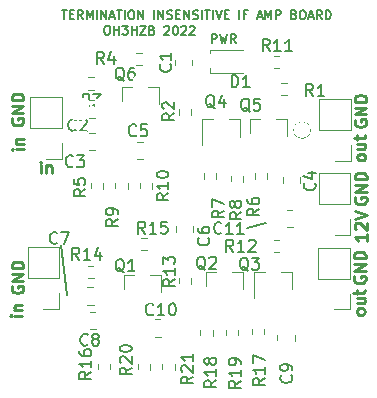
<source format=gto>
G04 #@! TF.GenerationSoftware,KiCad,Pcbnew,5.99.0+really5.1.10+dfsg1-1*
G04 #@! TF.CreationDate,2022-01-15T17:01:17+02:00*
G04 #@! TF.ProjectId,tia,7469612e-6b69-4636-9164-5f7063625858,rev?*
G04 #@! TF.SameCoordinates,Original*
G04 #@! TF.FileFunction,Legend,Top*
G04 #@! TF.FilePolarity,Positive*
%FSLAX46Y46*%
G04 Gerber Fmt 4.6, Leading zero omitted, Abs format (unit mm)*
G04 Created by KiCad (PCBNEW 5.99.0+really5.1.10+dfsg1-1) date 2022-01-15 17:01:17*
%MOMM*%
%LPD*%
G01*
G04 APERTURE LIST*
%ADD10C,0.187500*%
%ADD11C,0.150000*%
%ADD12C,0.250000*%
%ADD13C,0.120000*%
%ADD14C,1.400000*%
%ADD15C,5.400000*%
%ADD16O,2.100000X2.100000*%
G04 APERTURE END LIST*
D10*
X142256000Y-86597685D02*
X142256000Y-85847685D01*
X142541714Y-85847685D01*
X142613142Y-85883400D01*
X142648857Y-85919114D01*
X142684571Y-85990542D01*
X142684571Y-86097685D01*
X142648857Y-86169114D01*
X142613142Y-86204828D01*
X142541714Y-86240542D01*
X142256000Y-86240542D01*
X142934571Y-85847685D02*
X143113142Y-86597685D01*
X143256000Y-86061971D01*
X143398857Y-86597685D01*
X143577428Y-85847685D01*
X144291714Y-86597685D02*
X144041714Y-86240542D01*
X143863142Y-86597685D02*
X143863142Y-85847685D01*
X144148857Y-85847685D01*
X144220285Y-85883400D01*
X144256000Y-85919114D01*
X144291714Y-85990542D01*
X144291714Y-86097685D01*
X144256000Y-86169114D01*
X144220285Y-86204828D01*
X144148857Y-86240542D01*
X143863142Y-86240542D01*
D11*
X145288000Y-102260400D02*
X146888200Y-101854000D01*
X129489200Y-103708200D02*
X130048000Y-107950000D01*
D12*
X127792219Y-97627700D02*
X127792219Y-96961034D01*
X127792219Y-96627700D02*
X127744600Y-96675320D01*
X127792219Y-96722939D01*
X127839838Y-96675320D01*
X127792219Y-96627700D01*
X127792219Y-96722939D01*
X128268409Y-96961034D02*
X128268409Y-97627700D01*
X128268409Y-97056272D02*
X128316028Y-97008653D01*
X128411266Y-96961034D01*
X128554123Y-96961034D01*
X128649361Y-97008653D01*
X128696980Y-97103891D01*
X128696980Y-97627700D01*
X126339860Y-95590620D02*
X125673194Y-95590620D01*
X125339860Y-95590620D02*
X125387480Y-95638240D01*
X125435099Y-95590620D01*
X125387480Y-95543001D01*
X125339860Y-95590620D01*
X125435099Y-95590620D01*
X125673194Y-95114430D02*
X126339860Y-95114430D01*
X125768432Y-95114430D02*
X125720813Y-95066811D01*
X125673194Y-94971573D01*
X125673194Y-94828716D01*
X125720813Y-94733478D01*
X125816051Y-94685859D01*
X126339860Y-94685859D01*
X125362080Y-92979144D02*
X125314460Y-93074382D01*
X125314460Y-93217240D01*
X125362080Y-93360097D01*
X125457318Y-93455335D01*
X125552556Y-93502954D01*
X125743032Y-93550573D01*
X125885889Y-93550573D01*
X126076365Y-93502954D01*
X126171603Y-93455335D01*
X126266841Y-93360097D01*
X126314460Y-93217240D01*
X126314460Y-93122001D01*
X126266841Y-92979144D01*
X126219222Y-92931525D01*
X125885889Y-92931525D01*
X125885889Y-93122001D01*
X126314460Y-92502954D02*
X125314460Y-92502954D01*
X126314460Y-91931525D01*
X125314460Y-91931525D01*
X126314460Y-91455335D02*
X125314460Y-91455335D01*
X125314460Y-91217240D01*
X125362080Y-91074382D01*
X125457318Y-90979144D01*
X125552556Y-90931525D01*
X125743032Y-90883906D01*
X125885889Y-90883906D01*
X126076365Y-90931525D01*
X126171603Y-90979144D01*
X126266841Y-91074382D01*
X126314460Y-91217240D01*
X126314460Y-91455335D01*
X155265380Y-96318603D02*
X155217761Y-96413841D01*
X155170142Y-96461460D01*
X155074904Y-96509080D01*
X154789190Y-96509080D01*
X154693952Y-96461460D01*
X154646333Y-96413841D01*
X154598714Y-96318603D01*
X154598714Y-96175746D01*
X154646333Y-96080508D01*
X154693952Y-96032889D01*
X154789190Y-95985270D01*
X155074904Y-95985270D01*
X155170142Y-96032889D01*
X155217761Y-96080508D01*
X155265380Y-96175746D01*
X155265380Y-96318603D01*
X154598714Y-95128127D02*
X155265380Y-95128127D01*
X154598714Y-95556699D02*
X155122523Y-95556699D01*
X155217761Y-95509080D01*
X155265380Y-95413841D01*
X155265380Y-95270984D01*
X155217761Y-95175746D01*
X155170142Y-95128127D01*
X154598714Y-94794794D02*
X154598714Y-94413841D01*
X154265380Y-94651937D02*
X155122523Y-94651937D01*
X155217761Y-94604318D01*
X155265380Y-94509080D01*
X155265380Y-94413841D01*
X154399360Y-93106144D02*
X154351740Y-93201382D01*
X154351740Y-93344240D01*
X154399360Y-93487097D01*
X154494598Y-93582335D01*
X154589836Y-93629954D01*
X154780312Y-93677573D01*
X154923169Y-93677573D01*
X155113645Y-93629954D01*
X155208883Y-93582335D01*
X155304121Y-93487097D01*
X155351740Y-93344240D01*
X155351740Y-93249001D01*
X155304121Y-93106144D01*
X155256502Y-93058525D01*
X154923169Y-93058525D01*
X154923169Y-93249001D01*
X155351740Y-92629954D02*
X154351740Y-92629954D01*
X155351740Y-92058525D01*
X154351740Y-92058525D01*
X155351740Y-91582335D02*
X154351740Y-91582335D01*
X154351740Y-91344240D01*
X154399360Y-91201382D01*
X154494598Y-91106144D01*
X154589836Y-91058525D01*
X154780312Y-91010906D01*
X154923169Y-91010906D01*
X155113645Y-91058525D01*
X155208883Y-91106144D01*
X155304121Y-91201382D01*
X155351740Y-91344240D01*
X155351740Y-91582335D01*
X126220480Y-109672380D02*
X125553814Y-109672380D01*
X125220480Y-109672380D02*
X125268100Y-109720000D01*
X125315719Y-109672380D01*
X125268100Y-109624761D01*
X125220480Y-109672380D01*
X125315719Y-109672380D01*
X125553814Y-109196190D02*
X126220480Y-109196190D01*
X125649052Y-109196190D02*
X125601433Y-109148571D01*
X125553814Y-109053333D01*
X125553814Y-108910476D01*
X125601433Y-108815238D01*
X125696671Y-108767619D01*
X126220480Y-108767619D01*
X125369700Y-107187904D02*
X125322080Y-107283142D01*
X125322080Y-107426000D01*
X125369700Y-107568857D01*
X125464938Y-107664095D01*
X125560176Y-107711714D01*
X125750652Y-107759333D01*
X125893509Y-107759333D01*
X126083985Y-107711714D01*
X126179223Y-107664095D01*
X126274461Y-107568857D01*
X126322080Y-107426000D01*
X126322080Y-107330761D01*
X126274461Y-107187904D01*
X126226842Y-107140285D01*
X125893509Y-107140285D01*
X125893509Y-107330761D01*
X126322080Y-106711714D02*
X125322080Y-106711714D01*
X126322080Y-106140285D01*
X125322080Y-106140285D01*
X126322080Y-105664095D02*
X125322080Y-105664095D01*
X125322080Y-105426000D01*
X125369700Y-105283142D01*
X125464938Y-105187904D01*
X125560176Y-105140285D01*
X125750652Y-105092666D01*
X125893509Y-105092666D01*
X126083985Y-105140285D01*
X126179223Y-105187904D01*
X126274461Y-105283142D01*
X126322080Y-105426000D01*
X126322080Y-105664095D01*
X155214580Y-109394523D02*
X155166961Y-109489761D01*
X155119342Y-109537380D01*
X155024104Y-109585000D01*
X154738390Y-109585000D01*
X154643152Y-109537380D01*
X154595533Y-109489761D01*
X154547914Y-109394523D01*
X154547914Y-109251666D01*
X154595533Y-109156428D01*
X154643152Y-109108809D01*
X154738390Y-109061190D01*
X155024104Y-109061190D01*
X155119342Y-109108809D01*
X155166961Y-109156428D01*
X155214580Y-109251666D01*
X155214580Y-109394523D01*
X154547914Y-108204047D02*
X155214580Y-108204047D01*
X154547914Y-108632619D02*
X155071723Y-108632619D01*
X155166961Y-108585000D01*
X155214580Y-108489761D01*
X155214580Y-108346904D01*
X155166961Y-108251666D01*
X155119342Y-108204047D01*
X154547914Y-107870714D02*
X154547914Y-107489761D01*
X154214580Y-107727857D02*
X155071723Y-107727857D01*
X155166961Y-107680238D01*
X155214580Y-107585000D01*
X155214580Y-107489761D01*
X154338400Y-106349704D02*
X154290780Y-106444942D01*
X154290780Y-106587800D01*
X154338400Y-106730657D01*
X154433638Y-106825895D01*
X154528876Y-106873514D01*
X154719352Y-106921133D01*
X154862209Y-106921133D01*
X155052685Y-106873514D01*
X155147923Y-106825895D01*
X155243161Y-106730657D01*
X155290780Y-106587800D01*
X155290780Y-106492561D01*
X155243161Y-106349704D01*
X155195542Y-106302085D01*
X154862209Y-106302085D01*
X154862209Y-106492561D01*
X155290780Y-105873514D02*
X154290780Y-105873514D01*
X155290780Y-105302085D01*
X154290780Y-105302085D01*
X155290780Y-104825895D02*
X154290780Y-104825895D01*
X154290780Y-104587800D01*
X154338400Y-104444942D01*
X154433638Y-104349704D01*
X154528876Y-104302085D01*
X154719352Y-104254466D01*
X154862209Y-104254466D01*
X155052685Y-104302085D01*
X155147923Y-104349704D01*
X155243161Y-104444942D01*
X155290780Y-104587800D01*
X155290780Y-104825895D01*
X154414600Y-99669504D02*
X154366980Y-99764742D01*
X154366980Y-99907600D01*
X154414600Y-100050457D01*
X154509838Y-100145695D01*
X154605076Y-100193314D01*
X154795552Y-100240933D01*
X154938409Y-100240933D01*
X155128885Y-100193314D01*
X155224123Y-100145695D01*
X155319361Y-100050457D01*
X155366980Y-99907600D01*
X155366980Y-99812361D01*
X155319361Y-99669504D01*
X155271742Y-99621885D01*
X154938409Y-99621885D01*
X154938409Y-99812361D01*
X155366980Y-99193314D02*
X154366980Y-99193314D01*
X155366980Y-98621885D01*
X154366980Y-98621885D01*
X155366980Y-98145695D02*
X154366980Y-98145695D01*
X154366980Y-97907600D01*
X154414600Y-97764742D01*
X154509838Y-97669504D01*
X154605076Y-97621885D01*
X154795552Y-97574266D01*
X154938409Y-97574266D01*
X155128885Y-97621885D01*
X155224123Y-97669504D01*
X155319361Y-97764742D01*
X155366980Y-97907600D01*
X155366980Y-98145695D01*
X155366980Y-102752447D02*
X155366980Y-103323876D01*
X155366980Y-103038161D02*
X154366980Y-103038161D01*
X154509838Y-103133400D01*
X154605076Y-103228638D01*
X154652695Y-103323876D01*
X154462219Y-102371495D02*
X154414600Y-102323876D01*
X154366980Y-102228638D01*
X154366980Y-101990542D01*
X154414600Y-101895304D01*
X154462219Y-101847685D01*
X154557457Y-101800066D01*
X154652695Y-101800066D01*
X154795552Y-101847685D01*
X155366980Y-102419114D01*
X155366980Y-101800066D01*
X154366980Y-101514352D02*
X155366980Y-101181019D01*
X154366980Y-100847685D01*
D10*
X129560514Y-83819835D02*
X129989085Y-83819835D01*
X129774800Y-84569835D02*
X129774800Y-83819835D01*
X130239085Y-84176978D02*
X130489085Y-84176978D01*
X130596228Y-84569835D02*
X130239085Y-84569835D01*
X130239085Y-83819835D01*
X130596228Y-83819835D01*
X131346228Y-84569835D02*
X131096228Y-84212692D01*
X130917657Y-84569835D02*
X130917657Y-83819835D01*
X131203371Y-83819835D01*
X131274800Y-83855550D01*
X131310514Y-83891264D01*
X131346228Y-83962692D01*
X131346228Y-84069835D01*
X131310514Y-84141264D01*
X131274800Y-84176978D01*
X131203371Y-84212692D01*
X130917657Y-84212692D01*
X131667657Y-84569835D02*
X131667657Y-83819835D01*
X131917657Y-84355550D01*
X132167657Y-83819835D01*
X132167657Y-84569835D01*
X132524800Y-84569835D02*
X132524800Y-83819835D01*
X132881942Y-84569835D02*
X132881942Y-83819835D01*
X133310514Y-84569835D01*
X133310514Y-83819835D01*
X133631942Y-84355550D02*
X133989085Y-84355550D01*
X133560514Y-84569835D02*
X133810514Y-83819835D01*
X134060514Y-84569835D01*
X134203371Y-83819835D02*
X134631942Y-83819835D01*
X134417657Y-84569835D02*
X134417657Y-83819835D01*
X134881942Y-84569835D02*
X134881942Y-83819835D01*
X135381942Y-83819835D02*
X135524800Y-83819835D01*
X135596228Y-83855550D01*
X135667657Y-83926978D01*
X135703371Y-84069835D01*
X135703371Y-84319835D01*
X135667657Y-84462692D01*
X135596228Y-84534121D01*
X135524800Y-84569835D01*
X135381942Y-84569835D01*
X135310514Y-84534121D01*
X135239085Y-84462692D01*
X135203371Y-84319835D01*
X135203371Y-84069835D01*
X135239085Y-83926978D01*
X135310514Y-83855550D01*
X135381942Y-83819835D01*
X136024800Y-84569835D02*
X136024800Y-83819835D01*
X136453371Y-84569835D01*
X136453371Y-83819835D01*
X137381942Y-84569835D02*
X137381942Y-83819835D01*
X137739085Y-84569835D02*
X137739085Y-83819835D01*
X138167657Y-84569835D01*
X138167657Y-83819835D01*
X138489085Y-84534121D02*
X138596228Y-84569835D01*
X138774800Y-84569835D01*
X138846228Y-84534121D01*
X138881942Y-84498407D01*
X138917657Y-84426978D01*
X138917657Y-84355550D01*
X138881942Y-84284121D01*
X138846228Y-84248407D01*
X138774800Y-84212692D01*
X138631942Y-84176978D01*
X138560514Y-84141264D01*
X138524800Y-84105550D01*
X138489085Y-84034121D01*
X138489085Y-83962692D01*
X138524800Y-83891264D01*
X138560514Y-83855550D01*
X138631942Y-83819835D01*
X138810514Y-83819835D01*
X138917657Y-83855550D01*
X139239085Y-84176978D02*
X139489085Y-84176978D01*
X139596228Y-84569835D02*
X139239085Y-84569835D01*
X139239085Y-83819835D01*
X139596228Y-83819835D01*
X139917657Y-84569835D02*
X139917657Y-83819835D01*
X140346228Y-84569835D01*
X140346228Y-83819835D01*
X140667657Y-84534121D02*
X140774800Y-84569835D01*
X140953371Y-84569835D01*
X141024800Y-84534121D01*
X141060514Y-84498407D01*
X141096228Y-84426978D01*
X141096228Y-84355550D01*
X141060514Y-84284121D01*
X141024800Y-84248407D01*
X140953371Y-84212692D01*
X140810514Y-84176978D01*
X140739085Y-84141264D01*
X140703371Y-84105550D01*
X140667657Y-84034121D01*
X140667657Y-83962692D01*
X140703371Y-83891264D01*
X140739085Y-83855550D01*
X140810514Y-83819835D01*
X140989085Y-83819835D01*
X141096228Y-83855550D01*
X141417657Y-84569835D02*
X141417657Y-83819835D01*
X141667657Y-83819835D02*
X142096228Y-83819835D01*
X141881942Y-84569835D02*
X141881942Y-83819835D01*
X142346228Y-84569835D02*
X142346228Y-83819835D01*
X142596228Y-83819835D02*
X142846228Y-84569835D01*
X143096228Y-83819835D01*
X143346228Y-84176978D02*
X143596228Y-84176978D01*
X143703371Y-84569835D02*
X143346228Y-84569835D01*
X143346228Y-83819835D01*
X143703371Y-83819835D01*
X144596228Y-84569835D02*
X144596228Y-83819835D01*
X145203371Y-84176978D02*
X144953371Y-84176978D01*
X144953371Y-84569835D02*
X144953371Y-83819835D01*
X145310514Y-83819835D01*
X146131942Y-84355550D02*
X146489085Y-84355550D01*
X146060514Y-84569835D02*
X146310514Y-83819835D01*
X146560514Y-84569835D01*
X146810514Y-84569835D02*
X146810514Y-83819835D01*
X147060514Y-84355550D01*
X147310514Y-83819835D01*
X147310514Y-84569835D01*
X147667657Y-84569835D02*
X147667657Y-83819835D01*
X147953371Y-83819835D01*
X148024800Y-83855550D01*
X148060514Y-83891264D01*
X148096228Y-83962692D01*
X148096228Y-84069835D01*
X148060514Y-84141264D01*
X148024800Y-84176978D01*
X147953371Y-84212692D01*
X147667657Y-84212692D01*
X149239085Y-84176978D02*
X149346228Y-84212692D01*
X149381942Y-84248407D01*
X149417657Y-84319835D01*
X149417657Y-84426978D01*
X149381942Y-84498407D01*
X149346228Y-84534121D01*
X149274800Y-84569835D01*
X148989085Y-84569835D01*
X148989085Y-83819835D01*
X149239085Y-83819835D01*
X149310514Y-83855550D01*
X149346228Y-83891264D01*
X149381942Y-83962692D01*
X149381942Y-84034121D01*
X149346228Y-84105550D01*
X149310514Y-84141264D01*
X149239085Y-84176978D01*
X148989085Y-84176978D01*
X149881942Y-83819835D02*
X150024800Y-83819835D01*
X150096228Y-83855550D01*
X150167657Y-83926978D01*
X150203371Y-84069835D01*
X150203371Y-84319835D01*
X150167657Y-84462692D01*
X150096228Y-84534121D01*
X150024800Y-84569835D01*
X149881942Y-84569835D01*
X149810514Y-84534121D01*
X149739085Y-84462692D01*
X149703371Y-84319835D01*
X149703371Y-84069835D01*
X149739085Y-83926978D01*
X149810514Y-83855550D01*
X149881942Y-83819835D01*
X150489085Y-84355550D02*
X150846228Y-84355550D01*
X150417657Y-84569835D02*
X150667657Y-83819835D01*
X150917657Y-84569835D01*
X151596228Y-84569835D02*
X151346228Y-84212692D01*
X151167657Y-84569835D02*
X151167657Y-83819835D01*
X151453371Y-83819835D01*
X151524800Y-83855550D01*
X151560514Y-83891264D01*
X151596228Y-83962692D01*
X151596228Y-84069835D01*
X151560514Y-84141264D01*
X151524800Y-84176978D01*
X151453371Y-84212692D01*
X151167657Y-84212692D01*
X151917657Y-84569835D02*
X151917657Y-83819835D01*
X152096228Y-83819835D01*
X152203371Y-83855550D01*
X152274800Y-83926978D01*
X152310514Y-83998407D01*
X152346228Y-84141264D01*
X152346228Y-84248407D01*
X152310514Y-84391264D01*
X152274800Y-84462692D01*
X152203371Y-84534121D01*
X152096228Y-84569835D01*
X151917657Y-84569835D01*
X133328371Y-85132335D02*
X133471228Y-85132335D01*
X133542657Y-85168050D01*
X133614085Y-85239478D01*
X133649800Y-85382335D01*
X133649800Y-85632335D01*
X133614085Y-85775192D01*
X133542657Y-85846621D01*
X133471228Y-85882335D01*
X133328371Y-85882335D01*
X133256942Y-85846621D01*
X133185514Y-85775192D01*
X133149800Y-85632335D01*
X133149800Y-85382335D01*
X133185514Y-85239478D01*
X133256942Y-85168050D01*
X133328371Y-85132335D01*
X133971228Y-85882335D02*
X133971228Y-85132335D01*
X133971228Y-85489478D02*
X134399800Y-85489478D01*
X134399800Y-85882335D02*
X134399800Y-85132335D01*
X134685514Y-85132335D02*
X135149800Y-85132335D01*
X134899800Y-85418050D01*
X135006942Y-85418050D01*
X135078371Y-85453764D01*
X135114085Y-85489478D01*
X135149800Y-85560907D01*
X135149800Y-85739478D01*
X135114085Y-85810907D01*
X135078371Y-85846621D01*
X135006942Y-85882335D01*
X134792657Y-85882335D01*
X134721228Y-85846621D01*
X134685514Y-85810907D01*
X135471228Y-85882335D02*
X135471228Y-85132335D01*
X135471228Y-85489478D02*
X135899800Y-85489478D01*
X135899800Y-85882335D02*
X135899800Y-85132335D01*
X136185514Y-85132335D02*
X136685514Y-85132335D01*
X136185514Y-85882335D01*
X136685514Y-85882335D01*
X137221228Y-85489478D02*
X137328371Y-85525192D01*
X137364085Y-85560907D01*
X137399800Y-85632335D01*
X137399800Y-85739478D01*
X137364085Y-85810907D01*
X137328371Y-85846621D01*
X137256942Y-85882335D01*
X136971228Y-85882335D01*
X136971228Y-85132335D01*
X137221228Y-85132335D01*
X137292657Y-85168050D01*
X137328371Y-85203764D01*
X137364085Y-85275192D01*
X137364085Y-85346621D01*
X137328371Y-85418050D01*
X137292657Y-85453764D01*
X137221228Y-85489478D01*
X136971228Y-85489478D01*
X138256942Y-85203764D02*
X138292657Y-85168050D01*
X138364085Y-85132335D01*
X138542657Y-85132335D01*
X138614085Y-85168050D01*
X138649800Y-85203764D01*
X138685514Y-85275192D01*
X138685514Y-85346621D01*
X138649800Y-85453764D01*
X138221228Y-85882335D01*
X138685514Y-85882335D01*
X139149800Y-85132335D02*
X139221228Y-85132335D01*
X139292657Y-85168050D01*
X139328371Y-85203764D01*
X139364085Y-85275192D01*
X139399800Y-85418050D01*
X139399800Y-85596621D01*
X139364085Y-85739478D01*
X139328371Y-85810907D01*
X139292657Y-85846621D01*
X139221228Y-85882335D01*
X139149800Y-85882335D01*
X139078371Y-85846621D01*
X139042657Y-85810907D01*
X139006942Y-85739478D01*
X138971228Y-85596621D01*
X138971228Y-85418050D01*
X139006942Y-85275192D01*
X139042657Y-85203764D01*
X139078371Y-85168050D01*
X139149800Y-85132335D01*
X139685514Y-85203764D02*
X139721228Y-85168050D01*
X139792657Y-85132335D01*
X139971228Y-85132335D01*
X140042657Y-85168050D01*
X140078371Y-85203764D01*
X140114085Y-85275192D01*
X140114085Y-85346621D01*
X140078371Y-85453764D01*
X139649800Y-85882335D01*
X140114085Y-85882335D01*
X140399800Y-85203764D02*
X140435514Y-85168050D01*
X140506942Y-85132335D01*
X140685514Y-85132335D01*
X140756942Y-85168050D01*
X140792657Y-85203764D01*
X140828371Y-85275192D01*
X140828371Y-85346621D01*
X140792657Y-85453764D01*
X140364085Y-85882335D01*
X140828371Y-85882335D01*
D13*
X139130300Y-113745276D02*
X139130300Y-114254724D01*
X138085300Y-113745276D02*
X138085300Y-114254724D01*
X137030500Y-113745276D02*
X137030500Y-114254724D01*
X135985500Y-113745276D02*
X135985500Y-114254724D01*
X144515100Y-110860116D02*
X144515100Y-111369564D01*
X143470100Y-110860116D02*
X143470100Y-111369564D01*
X142335780Y-110885516D02*
X142335780Y-111394964D01*
X141290780Y-110885516D02*
X141290780Y-111394964D01*
X145679900Y-111278124D02*
X145679900Y-110768676D01*
X146724900Y-111278124D02*
X146724900Y-110768676D01*
X133676920Y-113745276D02*
X133676920Y-114254724D01*
X132631920Y-113745276D02*
X132631920Y-114254724D01*
X136817824Y-104154500D02*
X136308376Y-104154500D01*
X136817824Y-103109500D02*
X136308376Y-103109500D01*
X132283924Y-106491300D02*
X131774476Y-106491300D01*
X132283924Y-105446300D02*
X131774476Y-105446300D01*
X140522500Y-106495276D02*
X140522500Y-107004724D01*
X139477500Y-106495276D02*
X139477500Y-107004724D01*
X148001444Y-104281500D02*
X147491996Y-104281500D01*
X148001444Y-103236500D02*
X147491996Y-103236500D01*
X148019224Y-88724000D02*
X147509776Y-88724000D01*
X148019224Y-87679000D02*
X147509776Y-87679000D01*
X137230380Y-98434436D02*
X137230380Y-98943884D01*
X136185380Y-98434436D02*
X136185380Y-98943884D01*
X135132340Y-98414116D02*
X135132340Y-98923564D01*
X134087340Y-98414116D02*
X134087340Y-98923564D01*
X144908800Y-97840076D02*
X144908800Y-98349524D01*
X143863800Y-97840076D02*
X143863800Y-98349524D01*
X142635500Y-97616556D02*
X142635500Y-98126004D01*
X141590500Y-97616556D02*
X141590500Y-98126004D01*
X145936440Y-98113304D02*
X145936440Y-97603856D01*
X146981440Y-98113304D02*
X146981440Y-97603856D01*
X133054620Y-98434436D02*
X133054620Y-98943884D01*
X132009620Y-98434436D02*
X132009620Y-98943884D01*
X136398724Y-88470000D02*
X135889276Y-88470000D01*
X136398724Y-87425000D02*
X135889276Y-87425000D01*
X132329644Y-90535020D02*
X131820196Y-90535020D01*
X132329644Y-89490020D02*
X131820196Y-89490020D01*
X140540000Y-92201276D02*
X140540000Y-92710724D01*
X139495000Y-92201276D02*
X139495000Y-92710724D01*
X148654224Y-91010000D02*
X148144776Y-91010000D01*
X148654224Y-89965000D02*
X148144776Y-89965000D01*
X150610800Y-93980000D02*
G75*
G03*
X150610800Y-93980000I-700000J0D01*
G01*
X149156052Y-100712600D02*
X148633548Y-100712600D01*
X149156052Y-102182600D02*
X148633548Y-102182600D01*
X142085500Y-89098000D02*
X144945500Y-89098000D01*
X142085500Y-87178000D02*
X142085500Y-89098000D01*
X144945500Y-87178000D02*
X142085500Y-87178000D01*
X131833988Y-92921760D02*
X132356492Y-92921760D01*
X131833988Y-91451760D02*
X132356492Y-91451760D01*
X137787500Y-90299000D02*
X137787500Y-91759000D01*
X134627500Y-90299000D02*
X134627500Y-92459000D01*
X134627500Y-90299000D02*
X135557500Y-90299000D01*
X137787500Y-90299000D02*
X136857500Y-90299000D01*
X148620600Y-93042200D02*
X148620600Y-94502200D01*
X145460600Y-93042200D02*
X145460600Y-95202200D01*
X145460600Y-93042200D02*
X146390600Y-93042200D01*
X148620600Y-93042200D02*
X147690600Y-93042200D01*
X144620100Y-93052360D02*
X144620100Y-94512360D01*
X141460100Y-93052360D02*
X141460100Y-95212360D01*
X141460100Y-93052360D02*
X142390100Y-93052360D01*
X144620100Y-93052360D02*
X143690100Y-93052360D01*
X154024640Y-96554600D02*
X152694640Y-96554600D01*
X154024640Y-95224600D02*
X154024640Y-96554600D01*
X154024640Y-93954600D02*
X151364640Y-93954600D01*
X151364640Y-93954600D02*
X151364640Y-91354600D01*
X154024640Y-93954600D02*
X154024640Y-91354600D01*
X154024640Y-91354600D02*
X151364640Y-91354600D01*
X129549200Y-96397120D02*
X128219200Y-96397120D01*
X129549200Y-95067120D02*
X129549200Y-96397120D01*
X129549200Y-93797120D02*
X126889200Y-93797120D01*
X126889200Y-93797120D02*
X126889200Y-91197120D01*
X129549200Y-93797120D02*
X129549200Y-91197120D01*
X129549200Y-91197120D02*
X126889200Y-91197120D01*
X135974188Y-96401560D02*
X136496692Y-96401560D01*
X135974188Y-94931560D02*
X136496692Y-94931560D01*
X149769500Y-98495752D02*
X149769500Y-97973248D01*
X148299500Y-98495752D02*
X148299500Y-97973248D01*
X132417452Y-94215280D02*
X131894948Y-94215280D01*
X132417452Y-95685280D02*
X131894948Y-95685280D01*
X140625500Y-88526252D02*
X140625500Y-88003748D01*
X139155500Y-88526252D02*
X139155500Y-88003748D01*
X154009400Y-102828400D02*
X152679400Y-102828400D01*
X154009400Y-101498400D02*
X154009400Y-102828400D01*
X154009400Y-100228400D02*
X151349400Y-100228400D01*
X151349400Y-100228400D02*
X151349400Y-97628400D01*
X154009400Y-100228400D02*
X154009400Y-97628400D01*
X154009400Y-97628400D02*
X151349400Y-97628400D01*
X149039700Y-105983500D02*
X149039700Y-107443500D01*
X145879700Y-105983500D02*
X145879700Y-108143500D01*
X145879700Y-105983500D02*
X146809700Y-105983500D01*
X149039700Y-105983500D02*
X148109700Y-105983500D01*
X144899500Y-105983500D02*
X144899500Y-107443500D01*
X141739500Y-105983500D02*
X141739500Y-108143500D01*
X141739500Y-105983500D02*
X142669500Y-105983500D01*
X144899500Y-105983500D02*
X143969500Y-105983500D01*
X137978000Y-106224800D02*
X137978000Y-107684800D01*
X134818000Y-106224800D02*
X134818000Y-108384800D01*
X134818000Y-106224800D02*
X135748000Y-106224800D01*
X137978000Y-106224800D02*
X137048000Y-106224800D01*
X149274200Y-111818052D02*
X149274200Y-111295548D01*
X147804200Y-111818052D02*
X147804200Y-111295548D01*
X140709320Y-102648652D02*
X140709320Y-102126148D01*
X139239320Y-102648652D02*
X139239320Y-102126148D01*
X137438408Y-111448520D02*
X137960912Y-111448520D01*
X137438408Y-109978520D02*
X137960912Y-109978520D01*
X131738748Y-108735000D02*
X132261252Y-108735000D01*
X131738748Y-107265000D02*
X132261252Y-107265000D01*
X132468252Y-109348600D02*
X131945748Y-109348600D01*
X132468252Y-110818600D02*
X131945748Y-110818600D01*
X153958600Y-109153000D02*
X152628600Y-109153000D01*
X153958600Y-107823000D02*
X153958600Y-109153000D01*
X153958600Y-106553000D02*
X151298600Y-106553000D01*
X151298600Y-106553000D02*
X151298600Y-103953000D01*
X153958600Y-106553000D02*
X153958600Y-103953000D01*
X153958600Y-103953000D02*
X151298600Y-103953000D01*
X129346000Y-109102200D02*
X128016000Y-109102200D01*
X129346000Y-107772200D02*
X129346000Y-109102200D01*
X129346000Y-106502200D02*
X126686000Y-106502200D01*
X126686000Y-106502200D02*
X126686000Y-103902200D01*
X129346000Y-106502200D02*
X129346000Y-103902200D01*
X129346000Y-103902200D02*
X126686000Y-103902200D01*
D11*
X140673080Y-114828557D02*
X140196890Y-115161890D01*
X140673080Y-115399985D02*
X139673080Y-115399985D01*
X139673080Y-115019033D01*
X139720700Y-114923795D01*
X139768319Y-114876176D01*
X139863557Y-114828557D01*
X140006414Y-114828557D01*
X140101652Y-114876176D01*
X140149271Y-114923795D01*
X140196890Y-115019033D01*
X140196890Y-115399985D01*
X139768319Y-114447604D02*
X139720700Y-114399985D01*
X139673080Y-114304747D01*
X139673080Y-114066652D01*
X139720700Y-113971414D01*
X139768319Y-113923795D01*
X139863557Y-113876176D01*
X139958795Y-113876176D01*
X140101652Y-113923795D01*
X140673080Y-114495223D01*
X140673080Y-113876176D01*
X140673080Y-112923795D02*
X140673080Y-113495223D01*
X140673080Y-113209509D02*
X139673080Y-113209509D01*
X139815938Y-113304747D01*
X139911176Y-113399985D01*
X139958795Y-113495223D01*
X135478780Y-114066557D02*
X135002590Y-114399890D01*
X135478780Y-114637985D02*
X134478780Y-114637985D01*
X134478780Y-114257033D01*
X134526400Y-114161795D01*
X134574019Y-114114176D01*
X134669257Y-114066557D01*
X134812114Y-114066557D01*
X134907352Y-114114176D01*
X134954971Y-114161795D01*
X135002590Y-114257033D01*
X135002590Y-114637985D01*
X134574019Y-113685604D02*
X134526400Y-113637985D01*
X134478780Y-113542747D01*
X134478780Y-113304652D01*
X134526400Y-113209414D01*
X134574019Y-113161795D01*
X134669257Y-113114176D01*
X134764495Y-113114176D01*
X134907352Y-113161795D01*
X135478780Y-113733223D01*
X135478780Y-113114176D01*
X134478780Y-112495128D02*
X134478780Y-112399890D01*
X134526400Y-112304652D01*
X134574019Y-112257033D01*
X134669257Y-112209414D01*
X134859733Y-112161795D01*
X135097828Y-112161795D01*
X135288304Y-112209414D01*
X135383542Y-112257033D01*
X135431161Y-112304652D01*
X135478780Y-112399890D01*
X135478780Y-112495128D01*
X135431161Y-112590366D01*
X135383542Y-112637985D01*
X135288304Y-112685604D01*
X135097828Y-112733223D01*
X134859733Y-112733223D01*
X134669257Y-112685604D01*
X134574019Y-112637985D01*
X134526400Y-112590366D01*
X134478780Y-112495128D01*
X144698980Y-115196857D02*
X144222790Y-115530190D01*
X144698980Y-115768285D02*
X143698980Y-115768285D01*
X143698980Y-115387333D01*
X143746600Y-115292095D01*
X143794219Y-115244476D01*
X143889457Y-115196857D01*
X144032314Y-115196857D01*
X144127552Y-115244476D01*
X144175171Y-115292095D01*
X144222790Y-115387333D01*
X144222790Y-115768285D01*
X144698980Y-114244476D02*
X144698980Y-114815904D01*
X144698980Y-114530190D02*
X143698980Y-114530190D01*
X143841838Y-114625428D01*
X143937076Y-114720666D01*
X143984695Y-114815904D01*
X144698980Y-113768285D02*
X144698980Y-113577809D01*
X144651361Y-113482571D01*
X144603742Y-113434952D01*
X144460885Y-113339714D01*
X144270409Y-113292095D01*
X143889457Y-113292095D01*
X143794219Y-113339714D01*
X143746600Y-113387333D01*
X143698980Y-113482571D01*
X143698980Y-113673047D01*
X143746600Y-113768285D01*
X143794219Y-113815904D01*
X143889457Y-113863523D01*
X144127552Y-113863523D01*
X144222790Y-113815904D01*
X144270409Y-113768285D01*
X144318028Y-113673047D01*
X144318028Y-113482571D01*
X144270409Y-113387333D01*
X144222790Y-113339714D01*
X144127552Y-113292095D01*
X142641580Y-115146057D02*
X142165390Y-115479390D01*
X142641580Y-115717485D02*
X141641580Y-115717485D01*
X141641580Y-115336533D01*
X141689200Y-115241295D01*
X141736819Y-115193676D01*
X141832057Y-115146057D01*
X141974914Y-115146057D01*
X142070152Y-115193676D01*
X142117771Y-115241295D01*
X142165390Y-115336533D01*
X142165390Y-115717485D01*
X142641580Y-114193676D02*
X142641580Y-114765104D01*
X142641580Y-114479390D02*
X141641580Y-114479390D01*
X141784438Y-114574628D01*
X141879676Y-114669866D01*
X141927295Y-114765104D01*
X142070152Y-113622247D02*
X142022533Y-113717485D01*
X141974914Y-113765104D01*
X141879676Y-113812723D01*
X141832057Y-113812723D01*
X141736819Y-113765104D01*
X141689200Y-113717485D01*
X141641580Y-113622247D01*
X141641580Y-113431771D01*
X141689200Y-113336533D01*
X141736819Y-113288914D01*
X141832057Y-113241295D01*
X141879676Y-113241295D01*
X141974914Y-113288914D01*
X142022533Y-113336533D01*
X142070152Y-113431771D01*
X142070152Y-113622247D01*
X142117771Y-113717485D01*
X142165390Y-113765104D01*
X142260628Y-113812723D01*
X142451104Y-113812723D01*
X142546342Y-113765104D01*
X142593961Y-113717485D01*
X142641580Y-113622247D01*
X142641580Y-113431771D01*
X142593961Y-113336533D01*
X142546342Y-113288914D01*
X142451104Y-113241295D01*
X142260628Y-113241295D01*
X142165390Y-113288914D01*
X142117771Y-113336533D01*
X142070152Y-113431771D01*
X146756380Y-114968257D02*
X146280190Y-115301590D01*
X146756380Y-115539685D02*
X145756380Y-115539685D01*
X145756380Y-115158733D01*
X145804000Y-115063495D01*
X145851619Y-115015876D01*
X145946857Y-114968257D01*
X146089714Y-114968257D01*
X146184952Y-115015876D01*
X146232571Y-115063495D01*
X146280190Y-115158733D01*
X146280190Y-115539685D01*
X146756380Y-114015876D02*
X146756380Y-114587304D01*
X146756380Y-114301590D02*
X145756380Y-114301590D01*
X145899238Y-114396828D01*
X145994476Y-114492066D01*
X146042095Y-114587304D01*
X145756380Y-113682542D02*
X145756380Y-113015876D01*
X146756380Y-113444447D01*
X132049780Y-114434857D02*
X131573590Y-114768190D01*
X132049780Y-115006285D02*
X131049780Y-115006285D01*
X131049780Y-114625333D01*
X131097400Y-114530095D01*
X131145019Y-114482476D01*
X131240257Y-114434857D01*
X131383114Y-114434857D01*
X131478352Y-114482476D01*
X131525971Y-114530095D01*
X131573590Y-114625333D01*
X131573590Y-115006285D01*
X132049780Y-113482476D02*
X132049780Y-114053904D01*
X132049780Y-113768190D02*
X131049780Y-113768190D01*
X131192638Y-113863428D01*
X131287876Y-113958666D01*
X131335495Y-114053904D01*
X131049780Y-112625333D02*
X131049780Y-112815809D01*
X131097400Y-112911047D01*
X131145019Y-112958666D01*
X131287876Y-113053904D01*
X131478352Y-113101523D01*
X131859304Y-113101523D01*
X131954542Y-113053904D01*
X132002161Y-113006285D01*
X132049780Y-112911047D01*
X132049780Y-112720571D01*
X132002161Y-112625333D01*
X131954542Y-112577714D01*
X131859304Y-112530095D01*
X131621209Y-112530095D01*
X131525971Y-112577714D01*
X131478352Y-112625333D01*
X131430733Y-112720571D01*
X131430733Y-112911047D01*
X131478352Y-113006285D01*
X131525971Y-113053904D01*
X131621209Y-113101523D01*
X136618742Y-102725480D02*
X136285409Y-102249290D01*
X136047314Y-102725480D02*
X136047314Y-101725480D01*
X136428266Y-101725480D01*
X136523504Y-101773100D01*
X136571123Y-101820719D01*
X136618742Y-101915957D01*
X136618742Y-102058814D01*
X136571123Y-102154052D01*
X136523504Y-102201671D01*
X136428266Y-102249290D01*
X136047314Y-102249290D01*
X137571123Y-102725480D02*
X136999695Y-102725480D01*
X137285409Y-102725480D02*
X137285409Y-101725480D01*
X137190171Y-101868338D01*
X137094933Y-101963576D01*
X136999695Y-102011195D01*
X138475885Y-101725480D02*
X137999695Y-101725480D01*
X137952076Y-102201671D01*
X137999695Y-102154052D01*
X138094933Y-102106433D01*
X138333028Y-102106433D01*
X138428266Y-102154052D01*
X138475885Y-102201671D01*
X138523504Y-102296909D01*
X138523504Y-102535004D01*
X138475885Y-102630242D01*
X138428266Y-102677861D01*
X138333028Y-102725480D01*
X138094933Y-102725480D01*
X137999695Y-102677861D01*
X137952076Y-102630242D01*
X131030742Y-104935280D02*
X130697409Y-104459090D01*
X130459314Y-104935280D02*
X130459314Y-103935280D01*
X130840266Y-103935280D01*
X130935504Y-103982900D01*
X130983123Y-104030519D01*
X131030742Y-104125757D01*
X131030742Y-104268614D01*
X130983123Y-104363852D01*
X130935504Y-104411471D01*
X130840266Y-104459090D01*
X130459314Y-104459090D01*
X131983123Y-104935280D02*
X131411695Y-104935280D01*
X131697409Y-104935280D02*
X131697409Y-103935280D01*
X131602171Y-104078138D01*
X131506933Y-104173376D01*
X131411695Y-104220995D01*
X132840266Y-104268614D02*
X132840266Y-104935280D01*
X132602171Y-103887661D02*
X132364076Y-104601947D01*
X132983123Y-104601947D01*
X139149080Y-106573557D02*
X138672890Y-106906890D01*
X139149080Y-107144985D02*
X138149080Y-107144985D01*
X138149080Y-106764033D01*
X138196700Y-106668795D01*
X138244319Y-106621176D01*
X138339557Y-106573557D01*
X138482414Y-106573557D01*
X138577652Y-106621176D01*
X138625271Y-106668795D01*
X138672890Y-106764033D01*
X138672890Y-107144985D01*
X139149080Y-105621176D02*
X139149080Y-106192604D01*
X139149080Y-105906890D02*
X138149080Y-105906890D01*
X138291938Y-106002128D01*
X138387176Y-106097366D01*
X138434795Y-106192604D01*
X138149080Y-105287842D02*
X138149080Y-104668795D01*
X138530033Y-105002128D01*
X138530033Y-104859271D01*
X138577652Y-104764033D01*
X138625271Y-104716414D01*
X138720509Y-104668795D01*
X138958604Y-104668795D01*
X139053842Y-104716414D01*
X139101461Y-104764033D01*
X139149080Y-104859271D01*
X139149080Y-105144985D01*
X139101461Y-105240223D01*
X139053842Y-105287842D01*
X144073642Y-104249480D02*
X143740309Y-103773290D01*
X143502214Y-104249480D02*
X143502214Y-103249480D01*
X143883166Y-103249480D01*
X143978404Y-103297100D01*
X144026023Y-103344719D01*
X144073642Y-103439957D01*
X144073642Y-103582814D01*
X144026023Y-103678052D01*
X143978404Y-103725671D01*
X143883166Y-103773290D01*
X143502214Y-103773290D01*
X145026023Y-104249480D02*
X144454595Y-104249480D01*
X144740309Y-104249480D02*
X144740309Y-103249480D01*
X144645071Y-103392338D01*
X144549833Y-103487576D01*
X144454595Y-103535195D01*
X145406976Y-103344719D02*
X145454595Y-103297100D01*
X145549833Y-103249480D01*
X145787928Y-103249480D01*
X145883166Y-103297100D01*
X145930785Y-103344719D01*
X145978404Y-103439957D01*
X145978404Y-103535195D01*
X145930785Y-103678052D01*
X145359357Y-104249480D01*
X145978404Y-104249480D01*
X147159742Y-87269580D02*
X146826409Y-86793390D01*
X146588314Y-87269580D02*
X146588314Y-86269580D01*
X146969266Y-86269580D01*
X147064504Y-86317200D01*
X147112123Y-86364819D01*
X147159742Y-86460057D01*
X147159742Y-86602914D01*
X147112123Y-86698152D01*
X147064504Y-86745771D01*
X146969266Y-86793390D01*
X146588314Y-86793390D01*
X148112123Y-87269580D02*
X147540695Y-87269580D01*
X147826409Y-87269580D02*
X147826409Y-86269580D01*
X147731171Y-86412438D01*
X147635933Y-86507676D01*
X147540695Y-86555295D01*
X149064504Y-87269580D02*
X148493076Y-87269580D01*
X148778790Y-87269580D02*
X148778790Y-86269580D01*
X148683552Y-86412438D01*
X148588314Y-86507676D01*
X148493076Y-86555295D01*
X138590260Y-99332017D02*
X138114070Y-99665350D01*
X138590260Y-99903445D02*
X137590260Y-99903445D01*
X137590260Y-99522493D01*
X137637880Y-99427255D01*
X137685499Y-99379636D01*
X137780737Y-99332017D01*
X137923594Y-99332017D01*
X138018832Y-99379636D01*
X138066451Y-99427255D01*
X138114070Y-99522493D01*
X138114070Y-99903445D01*
X138590260Y-98379636D02*
X138590260Y-98951064D01*
X138590260Y-98665350D02*
X137590260Y-98665350D01*
X137733118Y-98760588D01*
X137828356Y-98855826D01*
X137875975Y-98951064D01*
X137590260Y-97760588D02*
X137590260Y-97665350D01*
X137637880Y-97570112D01*
X137685499Y-97522493D01*
X137780737Y-97474874D01*
X137971213Y-97427255D01*
X138209308Y-97427255D01*
X138399784Y-97474874D01*
X138495022Y-97522493D01*
X138542641Y-97570112D01*
X138590260Y-97665350D01*
X138590260Y-97760588D01*
X138542641Y-97855826D01*
X138495022Y-97903445D01*
X138399784Y-97951064D01*
X138209308Y-97998683D01*
X137971213Y-97998683D01*
X137780737Y-97951064D01*
X137685499Y-97903445D01*
X137637880Y-97855826D01*
X137590260Y-97760588D01*
X134297680Y-101512666D02*
X133821490Y-101846000D01*
X134297680Y-102084095D02*
X133297680Y-102084095D01*
X133297680Y-101703142D01*
X133345300Y-101607904D01*
X133392919Y-101560285D01*
X133488157Y-101512666D01*
X133631014Y-101512666D01*
X133726252Y-101560285D01*
X133773871Y-101607904D01*
X133821490Y-101703142D01*
X133821490Y-102084095D01*
X134297680Y-101036476D02*
X134297680Y-100846000D01*
X134250061Y-100750761D01*
X134202442Y-100703142D01*
X134059585Y-100607904D01*
X133869109Y-100560285D01*
X133488157Y-100560285D01*
X133392919Y-100607904D01*
X133345300Y-100655523D01*
X133297680Y-100750761D01*
X133297680Y-100941238D01*
X133345300Y-101036476D01*
X133392919Y-101084095D01*
X133488157Y-101131714D01*
X133726252Y-101131714D01*
X133821490Y-101084095D01*
X133869109Y-101036476D01*
X133916728Y-100941238D01*
X133916728Y-100750761D01*
X133869109Y-100655523D01*
X133821490Y-100607904D01*
X133726252Y-100560285D01*
X144775180Y-100903066D02*
X144298990Y-101236400D01*
X144775180Y-101474495D02*
X143775180Y-101474495D01*
X143775180Y-101093542D01*
X143822800Y-100998304D01*
X143870419Y-100950685D01*
X143965657Y-100903066D01*
X144108514Y-100903066D01*
X144203752Y-100950685D01*
X144251371Y-100998304D01*
X144298990Y-101093542D01*
X144298990Y-101474495D01*
X144203752Y-100331638D02*
X144156133Y-100426876D01*
X144108514Y-100474495D01*
X144013276Y-100522114D01*
X143965657Y-100522114D01*
X143870419Y-100474495D01*
X143822800Y-100426876D01*
X143775180Y-100331638D01*
X143775180Y-100141161D01*
X143822800Y-100045923D01*
X143870419Y-99998304D01*
X143965657Y-99950685D01*
X144013276Y-99950685D01*
X144108514Y-99998304D01*
X144156133Y-100045923D01*
X144203752Y-100141161D01*
X144203752Y-100331638D01*
X144251371Y-100426876D01*
X144298990Y-100474495D01*
X144394228Y-100522114D01*
X144584704Y-100522114D01*
X144679942Y-100474495D01*
X144727561Y-100426876D01*
X144775180Y-100331638D01*
X144775180Y-100141161D01*
X144727561Y-100045923D01*
X144679942Y-99998304D01*
X144584704Y-99950685D01*
X144394228Y-99950685D01*
X144298990Y-99998304D01*
X144251371Y-100045923D01*
X144203752Y-100141161D01*
X143289280Y-100776066D02*
X142813090Y-101109400D01*
X143289280Y-101347495D02*
X142289280Y-101347495D01*
X142289280Y-100966542D01*
X142336900Y-100871304D01*
X142384519Y-100823685D01*
X142479757Y-100776066D01*
X142622614Y-100776066D01*
X142717852Y-100823685D01*
X142765471Y-100871304D01*
X142813090Y-100966542D01*
X142813090Y-101347495D01*
X142289280Y-100442733D02*
X142289280Y-99776066D01*
X143289280Y-100204638D01*
X146273780Y-100623666D02*
X145797590Y-100957000D01*
X146273780Y-101195095D02*
X145273780Y-101195095D01*
X145273780Y-100814142D01*
X145321400Y-100718904D01*
X145369019Y-100671285D01*
X145464257Y-100623666D01*
X145607114Y-100623666D01*
X145702352Y-100671285D01*
X145749971Y-100718904D01*
X145797590Y-100814142D01*
X145797590Y-101195095D01*
X145273780Y-99766523D02*
X145273780Y-99957000D01*
X145321400Y-100052238D01*
X145369019Y-100099857D01*
X145511876Y-100195095D01*
X145702352Y-100242714D01*
X146083304Y-100242714D01*
X146178542Y-100195095D01*
X146226161Y-100147476D01*
X146273780Y-100052238D01*
X146273780Y-99861761D01*
X146226161Y-99766523D01*
X146178542Y-99718904D01*
X146083304Y-99671285D01*
X145845209Y-99671285D01*
X145749971Y-99718904D01*
X145702352Y-99766523D01*
X145654733Y-99861761D01*
X145654733Y-100052238D01*
X145702352Y-100147476D01*
X145749971Y-100195095D01*
X145845209Y-100242714D01*
X131567180Y-98972666D02*
X131090990Y-99306000D01*
X131567180Y-99544095D02*
X130567180Y-99544095D01*
X130567180Y-99163142D01*
X130614800Y-99067904D01*
X130662419Y-99020285D01*
X130757657Y-98972666D01*
X130900514Y-98972666D01*
X130995752Y-99020285D01*
X131043371Y-99067904D01*
X131090990Y-99163142D01*
X131090990Y-99544095D01*
X130567180Y-98067904D02*
X130567180Y-98544095D01*
X131043371Y-98591714D01*
X130995752Y-98544095D01*
X130948133Y-98448857D01*
X130948133Y-98210761D01*
X130995752Y-98115523D01*
X131043371Y-98067904D01*
X131138609Y-98020285D01*
X131376704Y-98020285D01*
X131471942Y-98067904D01*
X131519561Y-98115523D01*
X131567180Y-98210761D01*
X131567180Y-98448857D01*
X131519561Y-98544095D01*
X131471942Y-98591714D01*
X133119833Y-88349080D02*
X132786500Y-87872890D01*
X132548404Y-88349080D02*
X132548404Y-87349080D01*
X132929357Y-87349080D01*
X133024595Y-87396700D01*
X133072214Y-87444319D01*
X133119833Y-87539557D01*
X133119833Y-87682414D01*
X133072214Y-87777652D01*
X133024595Y-87825271D01*
X132929357Y-87872890D01*
X132548404Y-87872890D01*
X133976976Y-87682414D02*
X133976976Y-88349080D01*
X133738880Y-87301461D02*
X133500785Y-88015747D01*
X134119833Y-88015747D01*
X131908253Y-91894900D02*
X131574920Y-91418710D01*
X131336824Y-91894900D02*
X131336824Y-90894900D01*
X131717777Y-90894900D01*
X131813015Y-90942520D01*
X131860634Y-90990139D01*
X131908253Y-91085377D01*
X131908253Y-91228234D01*
X131860634Y-91323472D01*
X131813015Y-91371091D01*
X131717777Y-91418710D01*
X131336824Y-91418710D01*
X132241586Y-90894900D02*
X132860634Y-90894900D01*
X132527300Y-91275853D01*
X132670158Y-91275853D01*
X132765396Y-91323472D01*
X132813015Y-91371091D01*
X132860634Y-91466329D01*
X132860634Y-91704424D01*
X132813015Y-91799662D01*
X132765396Y-91847281D01*
X132670158Y-91894900D01*
X132384443Y-91894900D01*
X132289205Y-91847281D01*
X132241586Y-91799662D01*
X139085580Y-92546466D02*
X138609390Y-92879800D01*
X139085580Y-93117895D02*
X138085580Y-93117895D01*
X138085580Y-92736942D01*
X138133200Y-92641704D01*
X138180819Y-92594085D01*
X138276057Y-92546466D01*
X138418914Y-92546466D01*
X138514152Y-92594085D01*
X138561771Y-92641704D01*
X138609390Y-92736942D01*
X138609390Y-93117895D01*
X138180819Y-92165514D02*
X138133200Y-92117895D01*
X138085580Y-92022657D01*
X138085580Y-91784561D01*
X138133200Y-91689323D01*
X138180819Y-91641704D01*
X138276057Y-91594085D01*
X138371295Y-91594085D01*
X138514152Y-91641704D01*
X139085580Y-92213133D01*
X139085580Y-91594085D01*
X150836333Y-91079580D02*
X150503000Y-90603390D01*
X150264904Y-91079580D02*
X150264904Y-90079580D01*
X150645857Y-90079580D01*
X150741095Y-90127200D01*
X150788714Y-90174819D01*
X150836333Y-90270057D01*
X150836333Y-90412914D01*
X150788714Y-90508152D01*
X150741095Y-90555771D01*
X150645857Y-90603390D01*
X150264904Y-90603390D01*
X151788714Y-91079580D02*
X151217285Y-91079580D01*
X151503000Y-91079580D02*
X151503000Y-90079580D01*
X151407761Y-90222438D01*
X151312523Y-90317676D01*
X151217285Y-90365295D01*
X143070342Y-102668342D02*
X143022723Y-102715961D01*
X142879866Y-102763580D01*
X142784628Y-102763580D01*
X142641771Y-102715961D01*
X142546533Y-102620723D01*
X142498914Y-102525485D01*
X142451295Y-102335009D01*
X142451295Y-102192152D01*
X142498914Y-102001676D01*
X142546533Y-101906438D01*
X142641771Y-101811200D01*
X142784628Y-101763580D01*
X142879866Y-101763580D01*
X143022723Y-101811200D01*
X143070342Y-101858819D01*
X144022723Y-102763580D02*
X143451295Y-102763580D01*
X143737009Y-102763580D02*
X143737009Y-101763580D01*
X143641771Y-101906438D01*
X143546533Y-102001676D01*
X143451295Y-102049295D01*
X144975104Y-102763580D02*
X144403676Y-102763580D01*
X144689390Y-102763580D02*
X144689390Y-101763580D01*
X144594152Y-101906438D01*
X144498914Y-102001676D01*
X144403676Y-102049295D01*
X143953004Y-90330280D02*
X143953004Y-89330280D01*
X144191100Y-89330280D01*
X144333957Y-89377900D01*
X144429195Y-89473138D01*
X144476814Y-89568376D01*
X144524433Y-89758852D01*
X144524433Y-89901709D01*
X144476814Y-90092185D01*
X144429195Y-90187423D01*
X144333957Y-90282661D01*
X144191100Y-90330280D01*
X143953004Y-90330280D01*
X145476814Y-90330280D02*
X144905385Y-90330280D01*
X145191100Y-90330280D02*
X145191100Y-89330280D01*
X145095861Y-89473138D01*
X145000623Y-89568376D01*
X144905385Y-89615995D01*
X130734773Y-93925662D02*
X130687154Y-93973281D01*
X130544297Y-94020900D01*
X130449059Y-94020900D01*
X130306201Y-93973281D01*
X130210963Y-93878043D01*
X130163344Y-93782805D01*
X130115725Y-93592329D01*
X130115725Y-93449472D01*
X130163344Y-93258996D01*
X130210963Y-93163758D01*
X130306201Y-93068520D01*
X130449059Y-93020900D01*
X130544297Y-93020900D01*
X130687154Y-93068520D01*
X130734773Y-93116139D01*
X131115725Y-93116139D02*
X131163344Y-93068520D01*
X131258582Y-93020900D01*
X131496678Y-93020900D01*
X131591916Y-93068520D01*
X131639535Y-93116139D01*
X131687154Y-93211377D01*
X131687154Y-93306615D01*
X131639535Y-93449472D01*
X131068106Y-94020900D01*
X131687154Y-94020900D01*
X134854961Y-89777819D02*
X134759723Y-89730200D01*
X134664485Y-89634961D01*
X134521628Y-89492104D01*
X134426390Y-89444485D01*
X134331152Y-89444485D01*
X134378771Y-89682580D02*
X134283533Y-89634961D01*
X134188295Y-89539723D01*
X134140676Y-89349247D01*
X134140676Y-89015914D01*
X134188295Y-88825438D01*
X134283533Y-88730200D01*
X134378771Y-88682580D01*
X134569247Y-88682580D01*
X134664485Y-88730200D01*
X134759723Y-88825438D01*
X134807342Y-89015914D01*
X134807342Y-89349247D01*
X134759723Y-89539723D01*
X134664485Y-89634961D01*
X134569247Y-89682580D01*
X134378771Y-89682580D01*
X135664485Y-88682580D02*
X135474009Y-88682580D01*
X135378771Y-88730200D01*
X135331152Y-88777819D01*
X135235914Y-88920676D01*
X135188295Y-89111152D01*
X135188295Y-89492104D01*
X135235914Y-89587342D01*
X135283533Y-89634961D01*
X135378771Y-89682580D01*
X135569247Y-89682580D01*
X135664485Y-89634961D01*
X135712104Y-89587342D01*
X135759723Y-89492104D01*
X135759723Y-89254009D01*
X135712104Y-89158771D01*
X135664485Y-89111152D01*
X135569247Y-89063533D01*
X135378771Y-89063533D01*
X135283533Y-89111152D01*
X135235914Y-89158771D01*
X135188295Y-89254009D01*
X145484861Y-92409259D02*
X145389623Y-92361640D01*
X145294385Y-92266401D01*
X145151528Y-92123544D01*
X145056290Y-92075925D01*
X144961052Y-92075925D01*
X145008671Y-92314020D02*
X144913433Y-92266401D01*
X144818195Y-92171163D01*
X144770576Y-91980687D01*
X144770576Y-91647354D01*
X144818195Y-91456878D01*
X144913433Y-91361640D01*
X145008671Y-91314020D01*
X145199147Y-91314020D01*
X145294385Y-91361640D01*
X145389623Y-91456878D01*
X145437242Y-91647354D01*
X145437242Y-91980687D01*
X145389623Y-92171163D01*
X145294385Y-92266401D01*
X145199147Y-92314020D01*
X145008671Y-92314020D01*
X146342004Y-91314020D02*
X145865814Y-91314020D01*
X145818195Y-91790211D01*
X145865814Y-91742592D01*
X145961052Y-91694973D01*
X146199147Y-91694973D01*
X146294385Y-91742592D01*
X146342004Y-91790211D01*
X146389623Y-91885449D01*
X146389623Y-92123544D01*
X146342004Y-92218782D01*
X146294385Y-92266401D01*
X146199147Y-92314020D01*
X145961052Y-92314020D01*
X145865814Y-92266401D01*
X145818195Y-92218782D01*
X142525761Y-92114619D02*
X142430523Y-92067000D01*
X142335285Y-91971761D01*
X142192428Y-91828904D01*
X142097190Y-91781285D01*
X142001952Y-91781285D01*
X142049571Y-92019380D02*
X141954333Y-91971761D01*
X141859095Y-91876523D01*
X141811476Y-91686047D01*
X141811476Y-91352714D01*
X141859095Y-91162238D01*
X141954333Y-91067000D01*
X142049571Y-91019380D01*
X142240047Y-91019380D01*
X142335285Y-91067000D01*
X142430523Y-91162238D01*
X142478142Y-91352714D01*
X142478142Y-91686047D01*
X142430523Y-91876523D01*
X142335285Y-91971761D01*
X142240047Y-92019380D01*
X142049571Y-92019380D01*
X143335285Y-91352714D02*
X143335285Y-92019380D01*
X143097190Y-90971761D02*
X142859095Y-91686047D01*
X143478142Y-91686047D01*
X135870653Y-94393022D02*
X135823034Y-94440641D01*
X135680177Y-94488260D01*
X135584939Y-94488260D01*
X135442081Y-94440641D01*
X135346843Y-94345403D01*
X135299224Y-94250165D01*
X135251605Y-94059689D01*
X135251605Y-93916832D01*
X135299224Y-93726356D01*
X135346843Y-93631118D01*
X135442081Y-93535880D01*
X135584939Y-93488260D01*
X135680177Y-93488260D01*
X135823034Y-93535880D01*
X135870653Y-93583499D01*
X136775415Y-93488260D02*
X136299224Y-93488260D01*
X136251605Y-93964451D01*
X136299224Y-93916832D01*
X136394462Y-93869213D01*
X136632558Y-93869213D01*
X136727796Y-93916832D01*
X136775415Y-93964451D01*
X136823034Y-94059689D01*
X136823034Y-94297784D01*
X136775415Y-94393022D01*
X136727796Y-94440641D01*
X136632558Y-94488260D01*
X136394462Y-94488260D01*
X136299224Y-94440641D01*
X136251605Y-94393022D01*
X150966442Y-98451966D02*
X151014061Y-98499585D01*
X151061680Y-98642442D01*
X151061680Y-98737680D01*
X151014061Y-98880538D01*
X150918823Y-98975776D01*
X150823585Y-99023395D01*
X150633109Y-99071014D01*
X150490252Y-99071014D01*
X150299776Y-99023395D01*
X150204538Y-98975776D01*
X150109300Y-98880538D01*
X150061680Y-98737680D01*
X150061680Y-98642442D01*
X150109300Y-98499585D01*
X150156919Y-98451966D01*
X150395014Y-97594823D02*
X151061680Y-97594823D01*
X150014061Y-97832919D02*
X150728347Y-98071014D01*
X150728347Y-97451966D01*
X130506173Y-97009222D02*
X130458554Y-97056841D01*
X130315697Y-97104460D01*
X130220459Y-97104460D01*
X130077601Y-97056841D01*
X129982363Y-96961603D01*
X129934744Y-96866365D01*
X129887125Y-96675889D01*
X129887125Y-96533032D01*
X129934744Y-96342556D01*
X129982363Y-96247318D01*
X130077601Y-96152080D01*
X130220459Y-96104460D01*
X130315697Y-96104460D01*
X130458554Y-96152080D01*
X130506173Y-96199699D01*
X130839506Y-96104460D02*
X131458554Y-96104460D01*
X131125220Y-96485413D01*
X131268078Y-96485413D01*
X131363316Y-96533032D01*
X131410935Y-96580651D01*
X131458554Y-96675889D01*
X131458554Y-96913984D01*
X131410935Y-97009222D01*
X131363316Y-97056841D01*
X131268078Y-97104460D01*
X130982363Y-97104460D01*
X130887125Y-97056841D01*
X130839506Y-97009222D01*
X138749042Y-88393566D02*
X138796661Y-88441185D01*
X138844280Y-88584042D01*
X138844280Y-88679280D01*
X138796661Y-88822138D01*
X138701423Y-88917376D01*
X138606185Y-88964995D01*
X138415709Y-89012614D01*
X138272852Y-89012614D01*
X138082376Y-88964995D01*
X137987138Y-88917376D01*
X137891900Y-88822138D01*
X137844280Y-88679280D01*
X137844280Y-88584042D01*
X137891900Y-88441185D01*
X137939519Y-88393566D01*
X138844280Y-87441185D02*
X138844280Y-88012614D01*
X138844280Y-87726900D02*
X137844280Y-87726900D01*
X137987138Y-87822138D01*
X138082376Y-87917376D01*
X138129995Y-88012614D01*
X145365481Y-105871259D02*
X145270243Y-105823640D01*
X145175005Y-105728401D01*
X145032148Y-105585544D01*
X144936910Y-105537925D01*
X144841672Y-105537925D01*
X144889291Y-105776020D02*
X144794053Y-105728401D01*
X144698815Y-105633163D01*
X144651196Y-105442687D01*
X144651196Y-105109354D01*
X144698815Y-104918878D01*
X144794053Y-104823640D01*
X144889291Y-104776020D01*
X145079767Y-104776020D01*
X145175005Y-104823640D01*
X145270243Y-104918878D01*
X145317862Y-105109354D01*
X145317862Y-105442687D01*
X145270243Y-105633163D01*
X145175005Y-105728401D01*
X145079767Y-105776020D01*
X144889291Y-105776020D01*
X145651196Y-104776020D02*
X146270243Y-104776020D01*
X145936910Y-105156973D01*
X146079767Y-105156973D01*
X146175005Y-105204592D01*
X146222624Y-105252211D01*
X146270243Y-105347449D01*
X146270243Y-105585544D01*
X146222624Y-105680782D01*
X146175005Y-105728401D01*
X146079767Y-105776020D01*
X145794053Y-105776020D01*
X145698815Y-105728401D01*
X145651196Y-105680782D01*
X141725661Y-105779819D02*
X141630423Y-105732200D01*
X141535185Y-105636961D01*
X141392328Y-105494104D01*
X141297090Y-105446485D01*
X141201852Y-105446485D01*
X141249471Y-105684580D02*
X141154233Y-105636961D01*
X141058995Y-105541723D01*
X141011376Y-105351247D01*
X141011376Y-105017914D01*
X141058995Y-104827438D01*
X141154233Y-104732200D01*
X141249471Y-104684580D01*
X141439947Y-104684580D01*
X141535185Y-104732200D01*
X141630423Y-104827438D01*
X141678042Y-105017914D01*
X141678042Y-105351247D01*
X141630423Y-105541723D01*
X141535185Y-105636961D01*
X141439947Y-105684580D01*
X141249471Y-105684580D01*
X142058995Y-104779819D02*
X142106614Y-104732200D01*
X142201852Y-104684580D01*
X142439947Y-104684580D01*
X142535185Y-104732200D01*
X142582804Y-104779819D01*
X142630423Y-104875057D01*
X142630423Y-104970295D01*
X142582804Y-105113152D01*
X142011376Y-105684580D01*
X142630423Y-105684580D01*
X134854961Y-105995719D02*
X134759723Y-105948100D01*
X134664485Y-105852861D01*
X134521628Y-105710004D01*
X134426390Y-105662385D01*
X134331152Y-105662385D01*
X134378771Y-105900480D02*
X134283533Y-105852861D01*
X134188295Y-105757623D01*
X134140676Y-105567147D01*
X134140676Y-105233814D01*
X134188295Y-105043338D01*
X134283533Y-104948100D01*
X134378771Y-104900480D01*
X134569247Y-104900480D01*
X134664485Y-104948100D01*
X134759723Y-105043338D01*
X134807342Y-105233814D01*
X134807342Y-105567147D01*
X134759723Y-105757623D01*
X134664485Y-105852861D01*
X134569247Y-105900480D01*
X134378771Y-105900480D01*
X135759723Y-105900480D02*
X135188295Y-105900480D01*
X135474009Y-105900480D02*
X135474009Y-104900480D01*
X135378771Y-105043338D01*
X135283533Y-105138576D01*
X135188295Y-105186195D01*
X148983102Y-114726286D02*
X149030721Y-114773905D01*
X149078340Y-114916762D01*
X149078340Y-115012000D01*
X149030721Y-115154858D01*
X148935483Y-115250096D01*
X148840245Y-115297715D01*
X148649769Y-115345334D01*
X148506912Y-115345334D01*
X148316436Y-115297715D01*
X148221198Y-115250096D01*
X148125960Y-115154858D01*
X148078340Y-115012000D01*
X148078340Y-114916762D01*
X148125960Y-114773905D01*
X148173579Y-114726286D01*
X149078340Y-114250096D02*
X149078340Y-114059620D01*
X149030721Y-113964381D01*
X148983102Y-113916762D01*
X148840245Y-113821524D01*
X148649769Y-113773905D01*
X148268817Y-113773905D01*
X148173579Y-113821524D01*
X148125960Y-113869143D01*
X148078340Y-113964381D01*
X148078340Y-114154858D01*
X148125960Y-114250096D01*
X148173579Y-114297715D01*
X148268817Y-114345334D01*
X148506912Y-114345334D01*
X148602150Y-114297715D01*
X148649769Y-114250096D01*
X148697388Y-114154858D01*
X148697388Y-113964381D01*
X148649769Y-113869143D01*
X148602150Y-113821524D01*
X148506912Y-113773905D01*
X141962142Y-103087466D02*
X142009761Y-103135085D01*
X142057380Y-103277942D01*
X142057380Y-103373180D01*
X142009761Y-103516038D01*
X141914523Y-103611276D01*
X141819285Y-103658895D01*
X141628809Y-103706514D01*
X141485952Y-103706514D01*
X141295476Y-103658895D01*
X141200238Y-103611276D01*
X141105000Y-103516038D01*
X141057380Y-103373180D01*
X141057380Y-103277942D01*
X141105000Y-103135085D01*
X141152619Y-103087466D01*
X141057380Y-102230323D02*
X141057380Y-102420800D01*
X141105000Y-102516038D01*
X141152619Y-102563657D01*
X141295476Y-102658895D01*
X141485952Y-102706514D01*
X141866904Y-102706514D01*
X141962142Y-102658895D01*
X142009761Y-102611276D01*
X142057380Y-102516038D01*
X142057380Y-102325561D01*
X142009761Y-102230323D01*
X141962142Y-102182704D01*
X141866904Y-102135085D01*
X141628809Y-102135085D01*
X141533571Y-102182704D01*
X141485952Y-102230323D01*
X141438333Y-102325561D01*
X141438333Y-102516038D01*
X141485952Y-102611276D01*
X141533571Y-102658895D01*
X141628809Y-102706514D01*
X137304542Y-109546662D02*
X137256923Y-109594281D01*
X137114066Y-109641900D01*
X137018828Y-109641900D01*
X136875971Y-109594281D01*
X136780733Y-109499043D01*
X136733114Y-109403805D01*
X136685495Y-109213329D01*
X136685495Y-109070472D01*
X136733114Y-108879996D01*
X136780733Y-108784758D01*
X136875971Y-108689520D01*
X137018828Y-108641900D01*
X137114066Y-108641900D01*
X137256923Y-108689520D01*
X137304542Y-108737139D01*
X138256923Y-109641900D02*
X137685495Y-109641900D01*
X137971209Y-109641900D02*
X137971209Y-108641900D01*
X137875971Y-108784758D01*
X137780733Y-108879996D01*
X137685495Y-108927615D01*
X138875971Y-108641900D02*
X138971209Y-108641900D01*
X139066447Y-108689520D01*
X139114066Y-108737139D01*
X139161685Y-108832377D01*
X139209304Y-109022853D01*
X139209304Y-109260948D01*
X139161685Y-109451424D01*
X139114066Y-109546662D01*
X139066447Y-109594281D01*
X138971209Y-109641900D01*
X138875971Y-109641900D01*
X138780733Y-109594281D01*
X138733114Y-109546662D01*
X138685495Y-109451424D01*
X138637876Y-109260948D01*
X138637876Y-109022853D01*
X138685495Y-108832377D01*
X138733114Y-108737139D01*
X138780733Y-108689520D01*
X138875971Y-108641900D01*
X129170133Y-103506542D02*
X129122514Y-103554161D01*
X128979657Y-103601780D01*
X128884419Y-103601780D01*
X128741561Y-103554161D01*
X128646323Y-103458923D01*
X128598704Y-103363685D01*
X128551085Y-103173209D01*
X128551085Y-103030352D01*
X128598704Y-102839876D01*
X128646323Y-102744638D01*
X128741561Y-102649400D01*
X128884419Y-102601780D01*
X128979657Y-102601780D01*
X129122514Y-102649400D01*
X129170133Y-102697019D01*
X129503466Y-102601780D02*
X130170133Y-102601780D01*
X129741561Y-103601780D01*
X131760933Y-112117142D02*
X131713314Y-112164761D01*
X131570457Y-112212380D01*
X131475219Y-112212380D01*
X131332361Y-112164761D01*
X131237123Y-112069523D01*
X131189504Y-111974285D01*
X131141885Y-111783809D01*
X131141885Y-111640952D01*
X131189504Y-111450476D01*
X131237123Y-111355238D01*
X131332361Y-111260000D01*
X131475219Y-111212380D01*
X131570457Y-111212380D01*
X131713314Y-111260000D01*
X131760933Y-111307619D01*
X132332361Y-111640952D02*
X132237123Y-111593333D01*
X132189504Y-111545714D01*
X132141885Y-111450476D01*
X132141885Y-111402857D01*
X132189504Y-111307619D01*
X132237123Y-111260000D01*
X132332361Y-111212380D01*
X132522838Y-111212380D01*
X132618076Y-111260000D01*
X132665695Y-111307619D01*
X132713314Y-111402857D01*
X132713314Y-111450476D01*
X132665695Y-111545714D01*
X132618076Y-111593333D01*
X132522838Y-111640952D01*
X132332361Y-111640952D01*
X132237123Y-111688571D01*
X132189504Y-111736190D01*
X132141885Y-111831428D01*
X132141885Y-112021904D01*
X132189504Y-112117142D01*
X132237123Y-112164761D01*
X132332361Y-112212380D01*
X132522838Y-112212380D01*
X132618076Y-112164761D01*
X132665695Y-112117142D01*
X132713314Y-112021904D01*
X132713314Y-111831428D01*
X132665695Y-111736190D01*
X132618076Y-111688571D01*
X132522838Y-111640952D01*
%LPC*%
G36*
G01*
X138270300Y-114225000D02*
X138945300Y-114225000D01*
G75*
G02*
X139282800Y-114562500I0J-337500D01*
G01*
X139282800Y-115262500D01*
G75*
G02*
X138945300Y-115600000I-337500J0D01*
G01*
X138270300Y-115600000D01*
G75*
G02*
X137932800Y-115262500I0J337500D01*
G01*
X137932800Y-114562500D01*
G75*
G02*
X138270300Y-114225000I337500J0D01*
G01*
G37*
G36*
G01*
X138270300Y-112400000D02*
X138945300Y-112400000D01*
G75*
G02*
X139282800Y-112737500I0J-337500D01*
G01*
X139282800Y-113437500D01*
G75*
G02*
X138945300Y-113775000I-337500J0D01*
G01*
X138270300Y-113775000D01*
G75*
G02*
X137932800Y-113437500I0J337500D01*
G01*
X137932800Y-112737500D01*
G75*
G02*
X138270300Y-112400000I337500J0D01*
G01*
G37*
G36*
G01*
X136170500Y-114225000D02*
X136845500Y-114225000D01*
G75*
G02*
X137183000Y-114562500I0J-337500D01*
G01*
X137183000Y-115262500D01*
G75*
G02*
X136845500Y-115600000I-337500J0D01*
G01*
X136170500Y-115600000D01*
G75*
G02*
X135833000Y-115262500I0J337500D01*
G01*
X135833000Y-114562500D01*
G75*
G02*
X136170500Y-114225000I337500J0D01*
G01*
G37*
G36*
G01*
X136170500Y-112400000D02*
X136845500Y-112400000D01*
G75*
G02*
X137183000Y-112737500I0J-337500D01*
G01*
X137183000Y-113437500D01*
G75*
G02*
X136845500Y-113775000I-337500J0D01*
G01*
X136170500Y-113775000D01*
G75*
G02*
X135833000Y-113437500I0J337500D01*
G01*
X135833000Y-112737500D01*
G75*
G02*
X136170500Y-112400000I337500J0D01*
G01*
G37*
G36*
G01*
X143655100Y-111339840D02*
X144330100Y-111339840D01*
G75*
G02*
X144667600Y-111677340I0J-337500D01*
G01*
X144667600Y-112377340D01*
G75*
G02*
X144330100Y-112714840I-337500J0D01*
G01*
X143655100Y-112714840D01*
G75*
G02*
X143317600Y-112377340I0J337500D01*
G01*
X143317600Y-111677340D01*
G75*
G02*
X143655100Y-111339840I337500J0D01*
G01*
G37*
G36*
G01*
X143655100Y-109514840D02*
X144330100Y-109514840D01*
G75*
G02*
X144667600Y-109852340I0J-337500D01*
G01*
X144667600Y-110552340D01*
G75*
G02*
X144330100Y-110889840I-337500J0D01*
G01*
X143655100Y-110889840D01*
G75*
G02*
X143317600Y-110552340I0J337500D01*
G01*
X143317600Y-109852340D01*
G75*
G02*
X143655100Y-109514840I337500J0D01*
G01*
G37*
G36*
G01*
X141475780Y-111365240D02*
X142150780Y-111365240D01*
G75*
G02*
X142488280Y-111702740I0J-337500D01*
G01*
X142488280Y-112402740D01*
G75*
G02*
X142150780Y-112740240I-337500J0D01*
G01*
X141475780Y-112740240D01*
G75*
G02*
X141138280Y-112402740I0J337500D01*
G01*
X141138280Y-111702740D01*
G75*
G02*
X141475780Y-111365240I337500J0D01*
G01*
G37*
G36*
G01*
X141475780Y-109540240D02*
X142150780Y-109540240D01*
G75*
G02*
X142488280Y-109877740I0J-337500D01*
G01*
X142488280Y-110577740D01*
G75*
G02*
X142150780Y-110915240I-337500J0D01*
G01*
X141475780Y-110915240D01*
G75*
G02*
X141138280Y-110577740I0J337500D01*
G01*
X141138280Y-109877740D01*
G75*
G02*
X141475780Y-109540240I337500J0D01*
G01*
G37*
G36*
G01*
X146539900Y-110798400D02*
X145864900Y-110798400D01*
G75*
G02*
X145527400Y-110460900I0J337500D01*
G01*
X145527400Y-109760900D01*
G75*
G02*
X145864900Y-109423400I337500J0D01*
G01*
X146539900Y-109423400D01*
G75*
G02*
X146877400Y-109760900I0J-337500D01*
G01*
X146877400Y-110460900D01*
G75*
G02*
X146539900Y-110798400I-337500J0D01*
G01*
G37*
G36*
G01*
X146539900Y-112623400D02*
X145864900Y-112623400D01*
G75*
G02*
X145527400Y-112285900I0J337500D01*
G01*
X145527400Y-111585900D01*
G75*
G02*
X145864900Y-111248400I337500J0D01*
G01*
X146539900Y-111248400D01*
G75*
G02*
X146877400Y-111585900I0J-337500D01*
G01*
X146877400Y-112285900D01*
G75*
G02*
X146539900Y-112623400I-337500J0D01*
G01*
G37*
G36*
G01*
X132816920Y-114225000D02*
X133491920Y-114225000D01*
G75*
G02*
X133829420Y-114562500I0J-337500D01*
G01*
X133829420Y-115262500D01*
G75*
G02*
X133491920Y-115600000I-337500J0D01*
G01*
X132816920Y-115600000D01*
G75*
G02*
X132479420Y-115262500I0J337500D01*
G01*
X132479420Y-114562500D01*
G75*
G02*
X132816920Y-114225000I337500J0D01*
G01*
G37*
G36*
G01*
X132816920Y-112400000D02*
X133491920Y-112400000D01*
G75*
G02*
X133829420Y-112737500I0J-337500D01*
G01*
X133829420Y-113437500D01*
G75*
G02*
X133491920Y-113775000I-337500J0D01*
G01*
X132816920Y-113775000D01*
G75*
G02*
X132479420Y-113437500I0J337500D01*
G01*
X132479420Y-112737500D01*
G75*
G02*
X132816920Y-112400000I337500J0D01*
G01*
G37*
G36*
G01*
X136338100Y-103294500D02*
X136338100Y-103969500D01*
G75*
G02*
X136000600Y-104307000I-337500J0D01*
G01*
X135300600Y-104307000D01*
G75*
G02*
X134963100Y-103969500I0J337500D01*
G01*
X134963100Y-103294500D01*
G75*
G02*
X135300600Y-102957000I337500J0D01*
G01*
X136000600Y-102957000D01*
G75*
G02*
X136338100Y-103294500I0J-337500D01*
G01*
G37*
G36*
G01*
X138163100Y-103294500D02*
X138163100Y-103969500D01*
G75*
G02*
X137825600Y-104307000I-337500J0D01*
G01*
X137125600Y-104307000D01*
G75*
G02*
X136788100Y-103969500I0J337500D01*
G01*
X136788100Y-103294500D01*
G75*
G02*
X137125600Y-102957000I337500J0D01*
G01*
X137825600Y-102957000D01*
G75*
G02*
X138163100Y-103294500I0J-337500D01*
G01*
G37*
G36*
G01*
X131804200Y-105631300D02*
X131804200Y-106306300D01*
G75*
G02*
X131466700Y-106643800I-337500J0D01*
G01*
X130766700Y-106643800D01*
G75*
G02*
X130429200Y-106306300I0J337500D01*
G01*
X130429200Y-105631300D01*
G75*
G02*
X130766700Y-105293800I337500J0D01*
G01*
X131466700Y-105293800D01*
G75*
G02*
X131804200Y-105631300I0J-337500D01*
G01*
G37*
G36*
G01*
X133629200Y-105631300D02*
X133629200Y-106306300D01*
G75*
G02*
X133291700Y-106643800I-337500J0D01*
G01*
X132591700Y-106643800D01*
G75*
G02*
X132254200Y-106306300I0J337500D01*
G01*
X132254200Y-105631300D01*
G75*
G02*
X132591700Y-105293800I337500J0D01*
G01*
X133291700Y-105293800D01*
G75*
G02*
X133629200Y-105631300I0J-337500D01*
G01*
G37*
G36*
G01*
X139662500Y-106975000D02*
X140337500Y-106975000D01*
G75*
G02*
X140675000Y-107312500I0J-337500D01*
G01*
X140675000Y-108012500D01*
G75*
G02*
X140337500Y-108350000I-337500J0D01*
G01*
X139662500Y-108350000D01*
G75*
G02*
X139325000Y-108012500I0J337500D01*
G01*
X139325000Y-107312500D01*
G75*
G02*
X139662500Y-106975000I337500J0D01*
G01*
G37*
G36*
G01*
X139662500Y-105150000D02*
X140337500Y-105150000D01*
G75*
G02*
X140675000Y-105487500I0J-337500D01*
G01*
X140675000Y-106187500D01*
G75*
G02*
X140337500Y-106525000I-337500J0D01*
G01*
X139662500Y-106525000D01*
G75*
G02*
X139325000Y-106187500I0J337500D01*
G01*
X139325000Y-105487500D01*
G75*
G02*
X139662500Y-105150000I337500J0D01*
G01*
G37*
G36*
G01*
X147521720Y-103421500D02*
X147521720Y-104096500D01*
G75*
G02*
X147184220Y-104434000I-337500J0D01*
G01*
X146484220Y-104434000D01*
G75*
G02*
X146146720Y-104096500I0J337500D01*
G01*
X146146720Y-103421500D01*
G75*
G02*
X146484220Y-103084000I337500J0D01*
G01*
X147184220Y-103084000D01*
G75*
G02*
X147521720Y-103421500I0J-337500D01*
G01*
G37*
G36*
G01*
X149346720Y-103421500D02*
X149346720Y-104096500D01*
G75*
G02*
X149009220Y-104434000I-337500J0D01*
G01*
X148309220Y-104434000D01*
G75*
G02*
X147971720Y-104096500I0J337500D01*
G01*
X147971720Y-103421500D01*
G75*
G02*
X148309220Y-103084000I337500J0D01*
G01*
X149009220Y-103084000D01*
G75*
G02*
X149346720Y-103421500I0J-337500D01*
G01*
G37*
G36*
G01*
X147539500Y-87864000D02*
X147539500Y-88539000D01*
G75*
G02*
X147202000Y-88876500I-337500J0D01*
G01*
X146502000Y-88876500D01*
G75*
G02*
X146164500Y-88539000I0J337500D01*
G01*
X146164500Y-87864000D01*
G75*
G02*
X146502000Y-87526500I337500J0D01*
G01*
X147202000Y-87526500D01*
G75*
G02*
X147539500Y-87864000I0J-337500D01*
G01*
G37*
G36*
G01*
X149364500Y-87864000D02*
X149364500Y-88539000D01*
G75*
G02*
X149027000Y-88876500I-337500J0D01*
G01*
X148327000Y-88876500D01*
G75*
G02*
X147989500Y-88539000I0J337500D01*
G01*
X147989500Y-87864000D01*
G75*
G02*
X148327000Y-87526500I337500J0D01*
G01*
X149027000Y-87526500D01*
G75*
G02*
X149364500Y-87864000I0J-337500D01*
G01*
G37*
G36*
G01*
X136370380Y-98914160D02*
X137045380Y-98914160D01*
G75*
G02*
X137382880Y-99251660I0J-337500D01*
G01*
X137382880Y-99951660D01*
G75*
G02*
X137045380Y-100289160I-337500J0D01*
G01*
X136370380Y-100289160D01*
G75*
G02*
X136032880Y-99951660I0J337500D01*
G01*
X136032880Y-99251660D01*
G75*
G02*
X136370380Y-98914160I337500J0D01*
G01*
G37*
G36*
G01*
X136370380Y-97089160D02*
X137045380Y-97089160D01*
G75*
G02*
X137382880Y-97426660I0J-337500D01*
G01*
X137382880Y-98126660D01*
G75*
G02*
X137045380Y-98464160I-337500J0D01*
G01*
X136370380Y-98464160D01*
G75*
G02*
X136032880Y-98126660I0J337500D01*
G01*
X136032880Y-97426660D01*
G75*
G02*
X136370380Y-97089160I337500J0D01*
G01*
G37*
G36*
G01*
X134272340Y-98893840D02*
X134947340Y-98893840D01*
G75*
G02*
X135284840Y-99231340I0J-337500D01*
G01*
X135284840Y-99931340D01*
G75*
G02*
X134947340Y-100268840I-337500J0D01*
G01*
X134272340Y-100268840D01*
G75*
G02*
X133934840Y-99931340I0J337500D01*
G01*
X133934840Y-99231340D01*
G75*
G02*
X134272340Y-98893840I337500J0D01*
G01*
G37*
G36*
G01*
X134272340Y-97068840D02*
X134947340Y-97068840D01*
G75*
G02*
X135284840Y-97406340I0J-337500D01*
G01*
X135284840Y-98106340D01*
G75*
G02*
X134947340Y-98443840I-337500J0D01*
G01*
X134272340Y-98443840D01*
G75*
G02*
X133934840Y-98106340I0J337500D01*
G01*
X133934840Y-97406340D01*
G75*
G02*
X134272340Y-97068840I337500J0D01*
G01*
G37*
G36*
G01*
X144048800Y-98319800D02*
X144723800Y-98319800D01*
G75*
G02*
X145061300Y-98657300I0J-337500D01*
G01*
X145061300Y-99357300D01*
G75*
G02*
X144723800Y-99694800I-337500J0D01*
G01*
X144048800Y-99694800D01*
G75*
G02*
X143711300Y-99357300I0J337500D01*
G01*
X143711300Y-98657300D01*
G75*
G02*
X144048800Y-98319800I337500J0D01*
G01*
G37*
G36*
G01*
X144048800Y-96494800D02*
X144723800Y-96494800D01*
G75*
G02*
X145061300Y-96832300I0J-337500D01*
G01*
X145061300Y-97532300D01*
G75*
G02*
X144723800Y-97869800I-337500J0D01*
G01*
X144048800Y-97869800D01*
G75*
G02*
X143711300Y-97532300I0J337500D01*
G01*
X143711300Y-96832300D01*
G75*
G02*
X144048800Y-96494800I337500J0D01*
G01*
G37*
G36*
G01*
X141775500Y-98096280D02*
X142450500Y-98096280D01*
G75*
G02*
X142788000Y-98433780I0J-337500D01*
G01*
X142788000Y-99133780D01*
G75*
G02*
X142450500Y-99471280I-337500J0D01*
G01*
X141775500Y-99471280D01*
G75*
G02*
X141438000Y-99133780I0J337500D01*
G01*
X141438000Y-98433780D01*
G75*
G02*
X141775500Y-98096280I337500J0D01*
G01*
G37*
G36*
G01*
X141775500Y-96271280D02*
X142450500Y-96271280D01*
G75*
G02*
X142788000Y-96608780I0J-337500D01*
G01*
X142788000Y-97308780D01*
G75*
G02*
X142450500Y-97646280I-337500J0D01*
G01*
X141775500Y-97646280D01*
G75*
G02*
X141438000Y-97308780I0J337500D01*
G01*
X141438000Y-96608780D01*
G75*
G02*
X141775500Y-96271280I337500J0D01*
G01*
G37*
G36*
G01*
X146796440Y-97633580D02*
X146121440Y-97633580D01*
G75*
G02*
X145783940Y-97296080I0J337500D01*
G01*
X145783940Y-96596080D01*
G75*
G02*
X146121440Y-96258580I337500J0D01*
G01*
X146796440Y-96258580D01*
G75*
G02*
X147133940Y-96596080I0J-337500D01*
G01*
X147133940Y-97296080D01*
G75*
G02*
X146796440Y-97633580I-337500J0D01*
G01*
G37*
G36*
G01*
X146796440Y-99458580D02*
X146121440Y-99458580D01*
G75*
G02*
X145783940Y-99121080I0J337500D01*
G01*
X145783940Y-98421080D01*
G75*
G02*
X146121440Y-98083580I337500J0D01*
G01*
X146796440Y-98083580D01*
G75*
G02*
X147133940Y-98421080I0J-337500D01*
G01*
X147133940Y-99121080D01*
G75*
G02*
X146796440Y-99458580I-337500J0D01*
G01*
G37*
G36*
G01*
X132194620Y-98914160D02*
X132869620Y-98914160D01*
G75*
G02*
X133207120Y-99251660I0J-337500D01*
G01*
X133207120Y-99951660D01*
G75*
G02*
X132869620Y-100289160I-337500J0D01*
G01*
X132194620Y-100289160D01*
G75*
G02*
X131857120Y-99951660I0J337500D01*
G01*
X131857120Y-99251660D01*
G75*
G02*
X132194620Y-98914160I337500J0D01*
G01*
G37*
G36*
G01*
X132194620Y-97089160D02*
X132869620Y-97089160D01*
G75*
G02*
X133207120Y-97426660I0J-337500D01*
G01*
X133207120Y-98126660D01*
G75*
G02*
X132869620Y-98464160I-337500J0D01*
G01*
X132194620Y-98464160D01*
G75*
G02*
X131857120Y-98126660I0J337500D01*
G01*
X131857120Y-97426660D01*
G75*
G02*
X132194620Y-97089160I337500J0D01*
G01*
G37*
G36*
G01*
X135919000Y-87610000D02*
X135919000Y-88285000D01*
G75*
G02*
X135581500Y-88622500I-337500J0D01*
G01*
X134881500Y-88622500D01*
G75*
G02*
X134544000Y-88285000I0J337500D01*
G01*
X134544000Y-87610000D01*
G75*
G02*
X134881500Y-87272500I337500J0D01*
G01*
X135581500Y-87272500D01*
G75*
G02*
X135919000Y-87610000I0J-337500D01*
G01*
G37*
G36*
G01*
X137744000Y-87610000D02*
X137744000Y-88285000D01*
G75*
G02*
X137406500Y-88622500I-337500J0D01*
G01*
X136706500Y-88622500D01*
G75*
G02*
X136369000Y-88285000I0J337500D01*
G01*
X136369000Y-87610000D01*
G75*
G02*
X136706500Y-87272500I337500J0D01*
G01*
X137406500Y-87272500D01*
G75*
G02*
X137744000Y-87610000I0J-337500D01*
G01*
G37*
G36*
G01*
X131849920Y-89675020D02*
X131849920Y-90350020D01*
G75*
G02*
X131512420Y-90687520I-337500J0D01*
G01*
X130812420Y-90687520D01*
G75*
G02*
X130474920Y-90350020I0J337500D01*
G01*
X130474920Y-89675020D01*
G75*
G02*
X130812420Y-89337520I337500J0D01*
G01*
X131512420Y-89337520D01*
G75*
G02*
X131849920Y-89675020I0J-337500D01*
G01*
G37*
G36*
G01*
X133674920Y-89675020D02*
X133674920Y-90350020D01*
G75*
G02*
X133337420Y-90687520I-337500J0D01*
G01*
X132637420Y-90687520D01*
G75*
G02*
X132299920Y-90350020I0J337500D01*
G01*
X132299920Y-89675020D01*
G75*
G02*
X132637420Y-89337520I337500J0D01*
G01*
X133337420Y-89337520D01*
G75*
G02*
X133674920Y-89675020I0J-337500D01*
G01*
G37*
G36*
G01*
X139680000Y-92681000D02*
X140355000Y-92681000D01*
G75*
G02*
X140692500Y-93018500I0J-337500D01*
G01*
X140692500Y-93718500D01*
G75*
G02*
X140355000Y-94056000I-337500J0D01*
G01*
X139680000Y-94056000D01*
G75*
G02*
X139342500Y-93718500I0J337500D01*
G01*
X139342500Y-93018500D01*
G75*
G02*
X139680000Y-92681000I337500J0D01*
G01*
G37*
G36*
G01*
X139680000Y-90856000D02*
X140355000Y-90856000D01*
G75*
G02*
X140692500Y-91193500I0J-337500D01*
G01*
X140692500Y-91893500D01*
G75*
G02*
X140355000Y-92231000I-337500J0D01*
G01*
X139680000Y-92231000D01*
G75*
G02*
X139342500Y-91893500I0J337500D01*
G01*
X139342500Y-91193500D01*
G75*
G02*
X139680000Y-90856000I337500J0D01*
G01*
G37*
G36*
G01*
X148174500Y-90150000D02*
X148174500Y-90825000D01*
G75*
G02*
X147837000Y-91162500I-337500J0D01*
G01*
X147137000Y-91162500D01*
G75*
G02*
X146799500Y-90825000I0J337500D01*
G01*
X146799500Y-90150000D01*
G75*
G02*
X147137000Y-89812500I337500J0D01*
G01*
X147837000Y-89812500D01*
G75*
G02*
X148174500Y-90150000I0J-337500D01*
G01*
G37*
G36*
G01*
X149999500Y-90150000D02*
X149999500Y-90825000D01*
G75*
G02*
X149662000Y-91162500I-337500J0D01*
G01*
X148962000Y-91162500D01*
G75*
G02*
X148624500Y-90825000I0J337500D01*
G01*
X148624500Y-90150000D01*
G75*
G02*
X148962000Y-89812500I337500J0D01*
G01*
X149662000Y-89812500D01*
G75*
G02*
X149999500Y-90150000I0J-337500D01*
G01*
G37*
D14*
X149910800Y-93980000D03*
G36*
G01*
X148644800Y-100857706D02*
X148644800Y-102037494D01*
G75*
G02*
X148309694Y-102372600I-335106J0D01*
G01*
X147404906Y-102372600D01*
G75*
G02*
X147069800Y-102037494I0J335106D01*
G01*
X147069800Y-100857706D01*
G75*
G02*
X147404906Y-100522600I335106J0D01*
G01*
X148309694Y-100522600D01*
G75*
G02*
X148644800Y-100857706I0J-335106D01*
G01*
G37*
G36*
G01*
X150719800Y-100857706D02*
X150719800Y-102037494D01*
G75*
G02*
X150384694Y-102372600I-335106J0D01*
G01*
X149479906Y-102372600D01*
G75*
G02*
X149144800Y-102037494I0J335106D01*
G01*
X149144800Y-100857706D01*
G75*
G02*
X149479906Y-100522600I335106J0D01*
G01*
X150384694Y-100522600D01*
G75*
G02*
X150719800Y-100857706I0J-335106D01*
G01*
G37*
D15*
X152848360Y-112457280D03*
X127848360Y-112457280D03*
X152848360Y-87457280D03*
X127848360Y-87457280D03*
G36*
G01*
X144195500Y-88701045D02*
X144195500Y-87574955D01*
G75*
G02*
X144532455Y-87238000I336955J0D01*
G01*
X145408545Y-87238000D01*
G75*
G02*
X145745500Y-87574955I0J-336955D01*
G01*
X145745500Y-88701045D01*
G75*
G02*
X145408545Y-89038000I-336955J0D01*
G01*
X144532455Y-89038000D01*
G75*
G02*
X144195500Y-88701045I0J336955D01*
G01*
G37*
G36*
G01*
X142145500Y-88701045D02*
X142145500Y-87574955D01*
G75*
G02*
X142482455Y-87238000I336955J0D01*
G01*
X143358545Y-87238000D01*
G75*
G02*
X143695500Y-87574955I0J-336955D01*
G01*
X143695500Y-88701045D01*
G75*
G02*
X143358545Y-89038000I-336955J0D01*
G01*
X142482455Y-89038000D01*
G75*
G02*
X142145500Y-88701045I0J336955D01*
G01*
G37*
G36*
G01*
X132345240Y-92776654D02*
X132345240Y-91596866D01*
G75*
G02*
X132680346Y-91261760I335106J0D01*
G01*
X133585134Y-91261760D01*
G75*
G02*
X133920240Y-91596866I0J-335106D01*
G01*
X133920240Y-92776654D01*
G75*
G02*
X133585134Y-93111760I-335106J0D01*
G01*
X132680346Y-93111760D01*
G75*
G02*
X132345240Y-92776654I0J335106D01*
G01*
G37*
G36*
G01*
X130270240Y-92776654D02*
X130270240Y-91596866D01*
G75*
G02*
X130605346Y-91261760I335106J0D01*
G01*
X131510134Y-91261760D01*
G75*
G02*
X131845240Y-91596866I0J-335106D01*
G01*
X131845240Y-92776654D01*
G75*
G02*
X131510134Y-93111760I-335106J0D01*
G01*
X130605346Y-93111760D01*
G75*
G02*
X130270240Y-92776654I0J335106D01*
G01*
G37*
G36*
G01*
X136607500Y-90709000D02*
X135807500Y-90709000D01*
G75*
G02*
X135607500Y-90509000I0J200000D01*
G01*
X135607500Y-89609000D01*
G75*
G02*
X135807500Y-89409000I200000J0D01*
G01*
X136607500Y-89409000D01*
G75*
G02*
X136807500Y-89609000I0J-200000D01*
G01*
X136807500Y-90509000D01*
G75*
G02*
X136607500Y-90709000I-200000J0D01*
G01*
G37*
G36*
G01*
X137557500Y-92709000D02*
X136757500Y-92709000D01*
G75*
G02*
X136557500Y-92509000I0J200000D01*
G01*
X136557500Y-91609000D01*
G75*
G02*
X136757500Y-91409000I200000J0D01*
G01*
X137557500Y-91409000D01*
G75*
G02*
X137757500Y-91609000I0J-200000D01*
G01*
X137757500Y-92509000D01*
G75*
G02*
X137557500Y-92709000I-200000J0D01*
G01*
G37*
G36*
G01*
X135657500Y-92709000D02*
X134857500Y-92709000D01*
G75*
G02*
X134657500Y-92509000I0J200000D01*
G01*
X134657500Y-91609000D01*
G75*
G02*
X134857500Y-91409000I200000J0D01*
G01*
X135657500Y-91409000D01*
G75*
G02*
X135857500Y-91609000I0J-200000D01*
G01*
X135857500Y-92509000D01*
G75*
G02*
X135657500Y-92709000I-200000J0D01*
G01*
G37*
G36*
G01*
X147440600Y-93452200D02*
X146640600Y-93452200D01*
G75*
G02*
X146440600Y-93252200I0J200000D01*
G01*
X146440600Y-92352200D01*
G75*
G02*
X146640600Y-92152200I200000J0D01*
G01*
X147440600Y-92152200D01*
G75*
G02*
X147640600Y-92352200I0J-200000D01*
G01*
X147640600Y-93252200D01*
G75*
G02*
X147440600Y-93452200I-200000J0D01*
G01*
G37*
G36*
G01*
X148390600Y-95452200D02*
X147590600Y-95452200D01*
G75*
G02*
X147390600Y-95252200I0J200000D01*
G01*
X147390600Y-94352200D01*
G75*
G02*
X147590600Y-94152200I200000J0D01*
G01*
X148390600Y-94152200D01*
G75*
G02*
X148590600Y-94352200I0J-200000D01*
G01*
X148590600Y-95252200D01*
G75*
G02*
X148390600Y-95452200I-200000J0D01*
G01*
G37*
G36*
G01*
X146490600Y-95452200D02*
X145690600Y-95452200D01*
G75*
G02*
X145490600Y-95252200I0J200000D01*
G01*
X145490600Y-94352200D01*
G75*
G02*
X145690600Y-94152200I200000J0D01*
G01*
X146490600Y-94152200D01*
G75*
G02*
X146690600Y-94352200I0J-200000D01*
G01*
X146690600Y-95252200D01*
G75*
G02*
X146490600Y-95452200I-200000J0D01*
G01*
G37*
G36*
G01*
X143440100Y-93462360D02*
X142640100Y-93462360D01*
G75*
G02*
X142440100Y-93262360I0J200000D01*
G01*
X142440100Y-92362360D01*
G75*
G02*
X142640100Y-92162360I200000J0D01*
G01*
X143440100Y-92162360D01*
G75*
G02*
X143640100Y-92362360I0J-200000D01*
G01*
X143640100Y-93262360D01*
G75*
G02*
X143440100Y-93462360I-200000J0D01*
G01*
G37*
G36*
G01*
X144390100Y-95462360D02*
X143590100Y-95462360D01*
G75*
G02*
X143390100Y-95262360I0J200000D01*
G01*
X143390100Y-94362360D01*
G75*
G02*
X143590100Y-94162360I200000J0D01*
G01*
X144390100Y-94162360D01*
G75*
G02*
X144590100Y-94362360I0J-200000D01*
G01*
X144590100Y-95262360D01*
G75*
G02*
X144390100Y-95462360I-200000J0D01*
G01*
G37*
G36*
G01*
X142490100Y-95462360D02*
X141690100Y-95462360D01*
G75*
G02*
X141490100Y-95262360I0J200000D01*
G01*
X141490100Y-94362360D01*
G75*
G02*
X141690100Y-94162360I200000J0D01*
G01*
X142490100Y-94162360D01*
G75*
G02*
X142690100Y-94362360I0J-200000D01*
G01*
X142690100Y-95262360D01*
G75*
G02*
X142490100Y-95462360I-200000J0D01*
G01*
G37*
D16*
X152694640Y-92684600D03*
G36*
G01*
X153744640Y-94374600D02*
X153744640Y-96074600D01*
G75*
G02*
X153544640Y-96274600I-200000J0D01*
G01*
X151844640Y-96274600D01*
G75*
G02*
X151644640Y-96074600I0J200000D01*
G01*
X151644640Y-94374600D01*
G75*
G02*
X151844640Y-94174600I200000J0D01*
G01*
X153544640Y-94174600D01*
G75*
G02*
X153744640Y-94374600I0J-200000D01*
G01*
G37*
X128219200Y-92527120D03*
G36*
G01*
X129269200Y-94217120D02*
X129269200Y-95917120D01*
G75*
G02*
X129069200Y-96117120I-200000J0D01*
G01*
X127369200Y-96117120D01*
G75*
G02*
X127169200Y-95917120I0J200000D01*
G01*
X127169200Y-94217120D01*
G75*
G02*
X127369200Y-94017120I200000J0D01*
G01*
X129069200Y-94017120D01*
G75*
G02*
X129269200Y-94217120I0J-200000D01*
G01*
G37*
G36*
G01*
X136485440Y-96256454D02*
X136485440Y-95076666D01*
G75*
G02*
X136820546Y-94741560I335106J0D01*
G01*
X137725334Y-94741560D01*
G75*
G02*
X138060440Y-95076666I0J-335106D01*
G01*
X138060440Y-96256454D01*
G75*
G02*
X137725334Y-96591560I-335106J0D01*
G01*
X136820546Y-96591560D01*
G75*
G02*
X136485440Y-96256454I0J335106D01*
G01*
G37*
G36*
G01*
X134410440Y-96256454D02*
X134410440Y-95076666D01*
G75*
G02*
X134745546Y-94741560I335106J0D01*
G01*
X135650334Y-94741560D01*
G75*
G02*
X135985440Y-95076666I0J-335106D01*
G01*
X135985440Y-96256454D01*
G75*
G02*
X135650334Y-96591560I-335106J0D01*
G01*
X134745546Y-96591560D01*
G75*
G02*
X134410440Y-96256454I0J335106D01*
G01*
G37*
G36*
G01*
X149624394Y-97984500D02*
X148444606Y-97984500D01*
G75*
G02*
X148109500Y-97649394I0J335106D01*
G01*
X148109500Y-96744606D01*
G75*
G02*
X148444606Y-96409500I335106J0D01*
G01*
X149624394Y-96409500D01*
G75*
G02*
X149959500Y-96744606I0J-335106D01*
G01*
X149959500Y-97649394D01*
G75*
G02*
X149624394Y-97984500I-335106J0D01*
G01*
G37*
G36*
G01*
X149624394Y-100059500D02*
X148444606Y-100059500D01*
G75*
G02*
X148109500Y-99724394I0J335106D01*
G01*
X148109500Y-98819606D01*
G75*
G02*
X148444606Y-98484500I335106J0D01*
G01*
X149624394Y-98484500D01*
G75*
G02*
X149959500Y-98819606I0J-335106D01*
G01*
X149959500Y-99724394D01*
G75*
G02*
X149624394Y-100059500I-335106J0D01*
G01*
G37*
G36*
G01*
X131906200Y-94360386D02*
X131906200Y-95540174D01*
G75*
G02*
X131571094Y-95875280I-335106J0D01*
G01*
X130666306Y-95875280D01*
G75*
G02*
X130331200Y-95540174I0J335106D01*
G01*
X130331200Y-94360386D01*
G75*
G02*
X130666306Y-94025280I335106J0D01*
G01*
X131571094Y-94025280D01*
G75*
G02*
X131906200Y-94360386I0J-335106D01*
G01*
G37*
G36*
G01*
X133981200Y-94360386D02*
X133981200Y-95540174D01*
G75*
G02*
X133646094Y-95875280I-335106J0D01*
G01*
X132741306Y-95875280D01*
G75*
G02*
X132406200Y-95540174I0J335106D01*
G01*
X132406200Y-94360386D01*
G75*
G02*
X132741306Y-94025280I335106J0D01*
G01*
X133646094Y-94025280D01*
G75*
G02*
X133981200Y-94360386I0J-335106D01*
G01*
G37*
G36*
G01*
X140480394Y-88015000D02*
X139300606Y-88015000D01*
G75*
G02*
X138965500Y-87679894I0J335106D01*
G01*
X138965500Y-86775106D01*
G75*
G02*
X139300606Y-86440000I335106J0D01*
G01*
X140480394Y-86440000D01*
G75*
G02*
X140815500Y-86775106I0J-335106D01*
G01*
X140815500Y-87679894D01*
G75*
G02*
X140480394Y-88015000I-335106J0D01*
G01*
G37*
G36*
G01*
X140480394Y-90090000D02*
X139300606Y-90090000D01*
G75*
G02*
X138965500Y-89754894I0J335106D01*
G01*
X138965500Y-88850106D01*
G75*
G02*
X139300606Y-88515000I335106J0D01*
G01*
X140480394Y-88515000D01*
G75*
G02*
X140815500Y-88850106I0J-335106D01*
G01*
X140815500Y-89754894D01*
G75*
G02*
X140480394Y-90090000I-335106J0D01*
G01*
G37*
X152679400Y-98958400D03*
G36*
G01*
X153729400Y-100648400D02*
X153729400Y-102348400D01*
G75*
G02*
X153529400Y-102548400I-200000J0D01*
G01*
X151829400Y-102548400D01*
G75*
G02*
X151629400Y-102348400I0J200000D01*
G01*
X151629400Y-100648400D01*
G75*
G02*
X151829400Y-100448400I200000J0D01*
G01*
X153529400Y-100448400D01*
G75*
G02*
X153729400Y-100648400I0J-200000D01*
G01*
G37*
G36*
G01*
X147859700Y-106393500D02*
X147059700Y-106393500D01*
G75*
G02*
X146859700Y-106193500I0J200000D01*
G01*
X146859700Y-105293500D01*
G75*
G02*
X147059700Y-105093500I200000J0D01*
G01*
X147859700Y-105093500D01*
G75*
G02*
X148059700Y-105293500I0J-200000D01*
G01*
X148059700Y-106193500D01*
G75*
G02*
X147859700Y-106393500I-200000J0D01*
G01*
G37*
G36*
G01*
X148809700Y-108393500D02*
X148009700Y-108393500D01*
G75*
G02*
X147809700Y-108193500I0J200000D01*
G01*
X147809700Y-107293500D01*
G75*
G02*
X148009700Y-107093500I200000J0D01*
G01*
X148809700Y-107093500D01*
G75*
G02*
X149009700Y-107293500I0J-200000D01*
G01*
X149009700Y-108193500D01*
G75*
G02*
X148809700Y-108393500I-200000J0D01*
G01*
G37*
G36*
G01*
X146909700Y-108393500D02*
X146109700Y-108393500D01*
G75*
G02*
X145909700Y-108193500I0J200000D01*
G01*
X145909700Y-107293500D01*
G75*
G02*
X146109700Y-107093500I200000J0D01*
G01*
X146909700Y-107093500D01*
G75*
G02*
X147109700Y-107293500I0J-200000D01*
G01*
X147109700Y-108193500D01*
G75*
G02*
X146909700Y-108393500I-200000J0D01*
G01*
G37*
G36*
G01*
X143719500Y-106393500D02*
X142919500Y-106393500D01*
G75*
G02*
X142719500Y-106193500I0J200000D01*
G01*
X142719500Y-105293500D01*
G75*
G02*
X142919500Y-105093500I200000J0D01*
G01*
X143719500Y-105093500D01*
G75*
G02*
X143919500Y-105293500I0J-200000D01*
G01*
X143919500Y-106193500D01*
G75*
G02*
X143719500Y-106393500I-200000J0D01*
G01*
G37*
G36*
G01*
X144669500Y-108393500D02*
X143869500Y-108393500D01*
G75*
G02*
X143669500Y-108193500I0J200000D01*
G01*
X143669500Y-107293500D01*
G75*
G02*
X143869500Y-107093500I200000J0D01*
G01*
X144669500Y-107093500D01*
G75*
G02*
X144869500Y-107293500I0J-200000D01*
G01*
X144869500Y-108193500D01*
G75*
G02*
X144669500Y-108393500I-200000J0D01*
G01*
G37*
G36*
G01*
X142769500Y-108393500D02*
X141969500Y-108393500D01*
G75*
G02*
X141769500Y-108193500I0J200000D01*
G01*
X141769500Y-107293500D01*
G75*
G02*
X141969500Y-107093500I200000J0D01*
G01*
X142769500Y-107093500D01*
G75*
G02*
X142969500Y-107293500I0J-200000D01*
G01*
X142969500Y-108193500D01*
G75*
G02*
X142769500Y-108393500I-200000J0D01*
G01*
G37*
G36*
G01*
X136798000Y-106634800D02*
X135998000Y-106634800D01*
G75*
G02*
X135798000Y-106434800I0J200000D01*
G01*
X135798000Y-105534800D01*
G75*
G02*
X135998000Y-105334800I200000J0D01*
G01*
X136798000Y-105334800D01*
G75*
G02*
X136998000Y-105534800I0J-200000D01*
G01*
X136998000Y-106434800D01*
G75*
G02*
X136798000Y-106634800I-200000J0D01*
G01*
G37*
G36*
G01*
X137748000Y-108634800D02*
X136948000Y-108634800D01*
G75*
G02*
X136748000Y-108434800I0J200000D01*
G01*
X136748000Y-107534800D01*
G75*
G02*
X136948000Y-107334800I200000J0D01*
G01*
X137748000Y-107334800D01*
G75*
G02*
X137948000Y-107534800I0J-200000D01*
G01*
X137948000Y-108434800D01*
G75*
G02*
X137748000Y-108634800I-200000J0D01*
G01*
G37*
G36*
G01*
X135848000Y-108634800D02*
X135048000Y-108634800D01*
G75*
G02*
X134848000Y-108434800I0J200000D01*
G01*
X134848000Y-107534800D01*
G75*
G02*
X135048000Y-107334800I200000J0D01*
G01*
X135848000Y-107334800D01*
G75*
G02*
X136048000Y-107534800I0J-200000D01*
G01*
X136048000Y-108434800D01*
G75*
G02*
X135848000Y-108634800I-200000J0D01*
G01*
G37*
G36*
G01*
X149129094Y-111306800D02*
X147949306Y-111306800D01*
G75*
G02*
X147614200Y-110971694I0J335106D01*
G01*
X147614200Y-110066906D01*
G75*
G02*
X147949306Y-109731800I335106J0D01*
G01*
X149129094Y-109731800D01*
G75*
G02*
X149464200Y-110066906I0J-335106D01*
G01*
X149464200Y-110971694D01*
G75*
G02*
X149129094Y-111306800I-335106J0D01*
G01*
G37*
G36*
G01*
X149129094Y-113381800D02*
X147949306Y-113381800D01*
G75*
G02*
X147614200Y-113046694I0J335106D01*
G01*
X147614200Y-112141906D01*
G75*
G02*
X147949306Y-111806800I335106J0D01*
G01*
X149129094Y-111806800D01*
G75*
G02*
X149464200Y-112141906I0J-335106D01*
G01*
X149464200Y-113046694D01*
G75*
G02*
X149129094Y-113381800I-335106J0D01*
G01*
G37*
G36*
G01*
X140564214Y-102137400D02*
X139384426Y-102137400D01*
G75*
G02*
X139049320Y-101802294I0J335106D01*
G01*
X139049320Y-100897506D01*
G75*
G02*
X139384426Y-100562400I335106J0D01*
G01*
X140564214Y-100562400D01*
G75*
G02*
X140899320Y-100897506I0J-335106D01*
G01*
X140899320Y-101802294D01*
G75*
G02*
X140564214Y-102137400I-335106J0D01*
G01*
G37*
G36*
G01*
X140564214Y-104212400D02*
X139384426Y-104212400D01*
G75*
G02*
X139049320Y-103877294I0J335106D01*
G01*
X139049320Y-102972506D01*
G75*
G02*
X139384426Y-102637400I335106J0D01*
G01*
X140564214Y-102637400D01*
G75*
G02*
X140899320Y-102972506I0J-335106D01*
G01*
X140899320Y-103877294D01*
G75*
G02*
X140564214Y-104212400I-335106J0D01*
G01*
G37*
G36*
G01*
X137949660Y-111303414D02*
X137949660Y-110123626D01*
G75*
G02*
X138284766Y-109788520I335106J0D01*
G01*
X139189554Y-109788520D01*
G75*
G02*
X139524660Y-110123626I0J-335106D01*
G01*
X139524660Y-111303414D01*
G75*
G02*
X139189554Y-111638520I-335106J0D01*
G01*
X138284766Y-111638520D01*
G75*
G02*
X137949660Y-111303414I0J335106D01*
G01*
G37*
G36*
G01*
X135874660Y-111303414D02*
X135874660Y-110123626D01*
G75*
G02*
X136209766Y-109788520I335106J0D01*
G01*
X137114554Y-109788520D01*
G75*
G02*
X137449660Y-110123626I0J-335106D01*
G01*
X137449660Y-111303414D01*
G75*
G02*
X137114554Y-111638520I-335106J0D01*
G01*
X136209766Y-111638520D01*
G75*
G02*
X135874660Y-111303414I0J335106D01*
G01*
G37*
G36*
G01*
X132250000Y-108589894D02*
X132250000Y-107410106D01*
G75*
G02*
X132585106Y-107075000I335106J0D01*
G01*
X133489894Y-107075000D01*
G75*
G02*
X133825000Y-107410106I0J-335106D01*
G01*
X133825000Y-108589894D01*
G75*
G02*
X133489894Y-108925000I-335106J0D01*
G01*
X132585106Y-108925000D01*
G75*
G02*
X132250000Y-108589894I0J335106D01*
G01*
G37*
G36*
G01*
X130175000Y-108589894D02*
X130175000Y-107410106D01*
G75*
G02*
X130510106Y-107075000I335106J0D01*
G01*
X131414894Y-107075000D01*
G75*
G02*
X131750000Y-107410106I0J-335106D01*
G01*
X131750000Y-108589894D01*
G75*
G02*
X131414894Y-108925000I-335106J0D01*
G01*
X130510106Y-108925000D01*
G75*
G02*
X130175000Y-108589894I0J335106D01*
G01*
G37*
G36*
G01*
X131957000Y-109493706D02*
X131957000Y-110673494D01*
G75*
G02*
X131621894Y-111008600I-335106J0D01*
G01*
X130717106Y-111008600D01*
G75*
G02*
X130382000Y-110673494I0J335106D01*
G01*
X130382000Y-109493706D01*
G75*
G02*
X130717106Y-109158600I335106J0D01*
G01*
X131621894Y-109158600D01*
G75*
G02*
X131957000Y-109493706I0J-335106D01*
G01*
G37*
G36*
G01*
X134032000Y-109493706D02*
X134032000Y-110673494D01*
G75*
G02*
X133696894Y-111008600I-335106J0D01*
G01*
X132792106Y-111008600D01*
G75*
G02*
X132457000Y-110673494I0J335106D01*
G01*
X132457000Y-109493706D01*
G75*
G02*
X132792106Y-109158600I335106J0D01*
G01*
X133696894Y-109158600D01*
G75*
G02*
X134032000Y-109493706I0J-335106D01*
G01*
G37*
X152628600Y-105283000D03*
G36*
G01*
X153678600Y-106973000D02*
X153678600Y-108673000D01*
G75*
G02*
X153478600Y-108873000I-200000J0D01*
G01*
X151778600Y-108873000D01*
G75*
G02*
X151578600Y-108673000I0J200000D01*
G01*
X151578600Y-106973000D01*
G75*
G02*
X151778600Y-106773000I200000J0D01*
G01*
X153478600Y-106773000D01*
G75*
G02*
X153678600Y-106973000I0J-200000D01*
G01*
G37*
X128016000Y-105232200D03*
G36*
G01*
X129066000Y-106922200D02*
X129066000Y-108622200D01*
G75*
G02*
X128866000Y-108822200I-200000J0D01*
G01*
X127166000Y-108822200D01*
G75*
G02*
X126966000Y-108622200I0J200000D01*
G01*
X126966000Y-106922200D01*
G75*
G02*
X127166000Y-106722200I200000J0D01*
G01*
X128866000Y-106722200D01*
G75*
G02*
X129066000Y-106922200I0J-200000D01*
G01*
G37*
M02*

</source>
